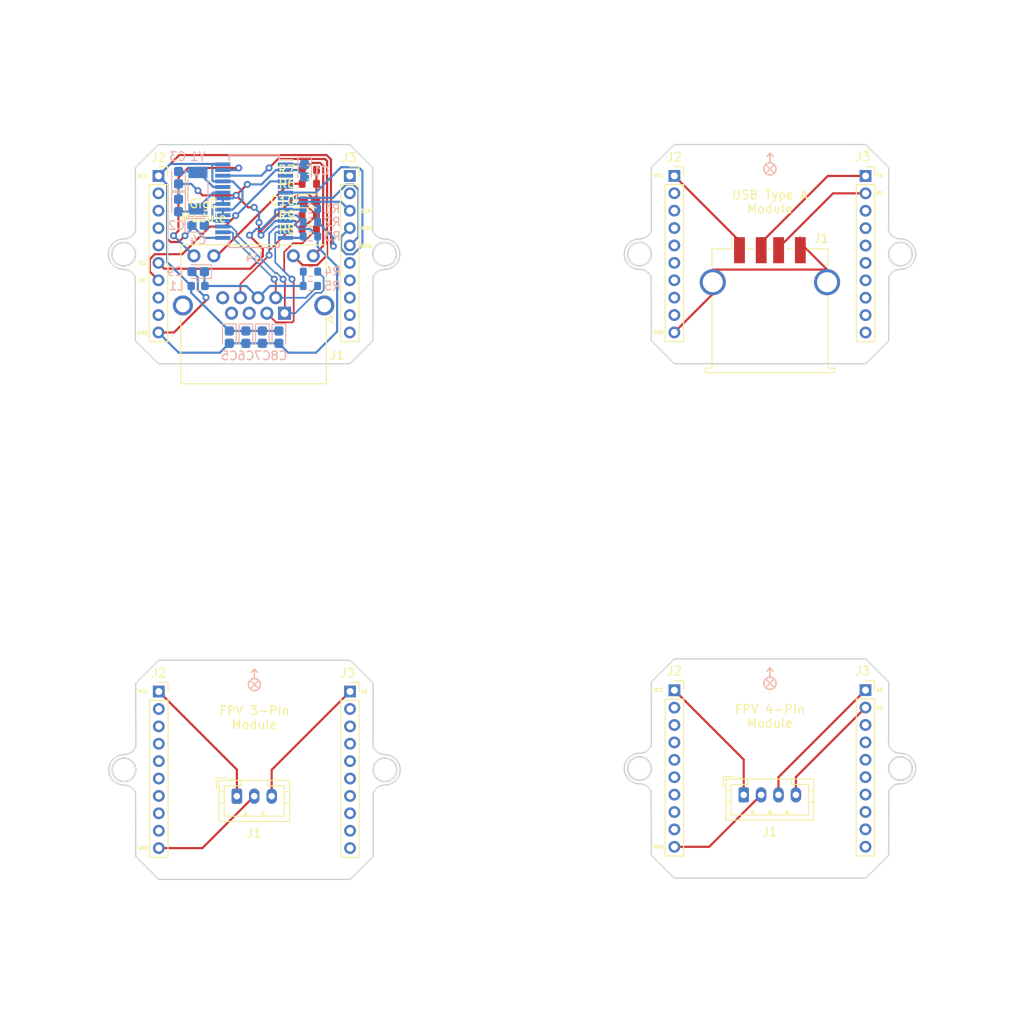
<source format=kicad_pcb>
(kicad_pcb (version 20221018) (generator pcbnew)
  (title_block (title "Modular Interface for Bitcraze Crazyflie 2.0") (date "2023-10-04") (company "Jose Ignacio Granados Marín") (comment 1 "Desarrollo de un vehículo aéreo no tripulado modular de bajo costo") (comment 2 "Trabajo Final de Graduación") (comment 3 "Área Académica de Ingeniería en Computadores") (comment 4 "Instituto Tecnológico de Costa Rica"))
  (layers (0 "F.Cu" signal) (31 "B.Cu" signal) (34 "B.Paste" user) (35 "F.Paste" user) (36 "B.SilkS" user "B.Silkscreen") (37 "F.SilkS" user "F.Silkscreen") (38 "B.Mask" user) (39 "F.Mask" user) (44 "Edge.Cuts" user))
  (net 0 "")
  (footprint "Connector_PinSocket_2.00mm:PinSocket_1x10_P2.00mm_Vertical" (layer "F.Cu") (at 193.777 105.9012)
    (fp_text reference "J3")
    (fp_text value "Conn_01x10_Socket" hide)
  )
  (footprint "bitcraze:EXP_ORIENTATION" (layer "F.Cu") (at 123.527 105.2612 90)
    (fp_text reference "EXP_ORIENTATION" hide)
    (fp_text value "VAL**" hide)
  )
  (footprint "Connector_PinSocket_2.00mm:PinSocket_1x10_P2.00mm_Vertical" (layer "F.Cu") (at 112.4905 46.7777)
    (fp_text reference "J2")
    (fp_text value "Conn_01x10_Socket" hide)
  )
  (footprint "Connector_PinSocket_2.00mm:PinSocket_1x10_P2.00mm_Vertical" (layer "F.Cu") (at 134.4905 46.7777)
    (fp_text reference "J3")
    (fp_text value "Conn_01x10_Socket" hide)
  )
  (footprint "Connector_RJ:RJ45_Amphenol_RJHSE538X" (layer "F.Cu") (at 126.9885 62.5627 180)
    (fp_text reference "J1")
    (fp_text value "RJ45_LED" hide)
  )
  (footprint "Connector_JST:JST_PH_B4B-PH-K_1x04_P2.00mm_Vertical" (layer "F.Cu") (at 179.777 117.9412)
    (fp_text reference "J1")
    (fp_text value "Conn_01x04_Socket" hide)
  )
  (footprint "Capacitor_Tantalum_SMD:CP_EIA-1608-08_AVX-J" (layer "F.Cu") (at 129.851 49.6527)
    (fp_text reference "C10")
    (fp_text value "10nF" hide)
  )
  (footprint "Connector_PinSocket_2.00mm:PinSocket_1x10_P2.00mm_Vertical" (layer "F.Cu") (at 171.807 105.9112)
    (fp_text reference "J2")
    (fp_text value "Conn_01x10_Socket" hide)
  )
  (footprint "Connector_PinSocket_2.00mm:PinSocket_1x10_P2.00mm_Vertical" (layer "F.Cu") (at 171.8008 46.7722)
    (fp_text reference "J2")
    (fp_text value "Conn_01x10_Socket" hide)
  )
  (footprint "Connector_PinSocket_2.00mm:PinSocket_1x10_P2.00mm_Vertical" (layer "F.Cu") (at 134.517 106.0612)
    (fp_text reference "J3")
    (fp_text value "Conn_01x10_Socket" hide)
  )
  (footprint "Resistor_SMD:R_0603_1608Metric" (layer "F.Cu") (at 129.8385 46.0827)
    (fp_text reference "R7")
    (fp_text value "180" hide)
  )
  (footprint "Connector_JST:JST_PH_B3B-PH-K_1x03_P2.00mm_Vertical" (layer "F.Cu") (at 121.507 118.0912)
    (fp_text reference "J1")
    (fp_text value "Conn_01x03_Socket" hide)
  )
  (footprint "Connector_PinSocket_2.00mm:PinSocket_1x10_P2.00mm_Vertical" (layer "F.Cu") (at 193.7882 46.7826)
    (fp_text reference "J3")
    (fp_text value "Conn_01x10_Socket" hide)
  )
  (footprint "bitcraze:EXP_ORIENTATION" (layer "F.Cu") (at 182.797 45.9712 90)
    (fp_text reference "EXP_ORIENTATION" hide)
    (fp_text value "VAL**" hide)
  )
  (footprint "Resistor_SMD:R_0603_1608Metric" (layer "F.Cu") (at 129.8285 52.9127)
    (fp_text reference "R8")
    (fp_text value "49.9" hide)
  )
  (footprint "Connector_USB:USB_A_TE_292303-7_Horizontal" (layer "F.Cu") (at 182.79 61.698)
    (fp_text reference "J1")
    (fp_text value "USB_A" hide)
  )
  (footprint "Resistor_SMD:R_0603_1608Metric" (layer "F.Cu") (at 129.8285 51.3327)
    (fp_text reference "R9")
    (fp_text value "49.9" hide)
  )
  (footprint "bitcraze:EXP_ORIENTATION" (layer "F.Cu") (at 182.797 105.1112 90)
    (fp_text reference "EXP_ORIENTATION" hide)
    (fp_text value "VAL**" hide)
  )
  (footprint "Connector_PinSocket_2.00mm:PinSocket_1x10_P2.00mm_Vertical" (layer "F.Cu") (at 112.5308 106.0622)
    (fp_text reference "J2")
    (fp_text value "Conn_01x10_Socket" hide)
  )
  (footprint "Resistor_SMD:R_0603_1608Metric" (layer "F.Cu") (at 129.8385 47.6827)
    (fp_text reference "R6")
    (fp_text value "180" hide)
  )
  (footprint "Inductor_SMD:L_0603_1608Metric" (layer "B.Cu") (at 117.041 59.4367)
    (fp_text reference "L1")
    (fp_text value "10uH" hide)
  )
  (footprint "Crystal:Crystal_SMD_MicroCrystal_CC4V-T1A-2Pin_5.0x1.9mm" (layer "B.Cu") (at 117.0305 48.4777 90)
    (fp_text reference "Y1")
    (fp_text value "25MHz" hide)
  )
  (footprint "Capacitor_Tantalum_SMD:CP_EIA-1608-08_AVX-J" (layer "B.Cu") (at 126.3385 65.3127 -90)
    (fp_text reference "C8")
    (fp_text value "100nF" hide)
  )
  (footprint "Resistor_SMD:R_0603_1608Metric" (layer "B.Cu") (at 129.9685 57.7827)
    (fp_text reference "R4")
    (fp_text value "49.9" hide)
  )
  (footprint "Capacitor_Tantalum_SMD:CP_EIA-1608-08_AVX-J" (layer "B.Cu") (at 124.4385 65.3127 -90)
    (fp_text reference "C7")
    (fp_text value "100nF" hide)
  )
  (footprint "Capacitor_Tantalum_SMD:CP_EIA-1608-08_AVX-J" (layer "B.Cu") (at 117.053 52.4627)
    (fp_text reference "C4")
    (fp_text value "100nF" hide)
  )
  (footprint "Capacitor_Tantalum_SMD:CP_EIA-1608-08_AVX-J" (layer "B.Cu") (at 117.0635 57.7827 180)
    (fp_text reference "C9")
    (fp_text value "0.01u" hide)
  )
  (footprint "Resistor_SMD:R_0603_1608Metric" (layer "B.Cu") (at 129.9655 52.0777 180)
    (fp_text reference "R2")
    (fp_text value "10k" hide)
  )
  (footprint "Resistor_SMD:R_0603_1608Metric" (layer "B.Cu") (at 129.9585 59.4327 180)
    (fp_text reference "R5")
    (fp_text value "49.9" hide)
  )
  (footprint "Resistor_SMD:R_0603_1608Metric" (layer "B.Cu") (at 129.9655 50.5527 180)
    (fp_text reference "R1")
    (fp_text value "100k" hide)
  )
  (footprint "Capacitor_Tantalum_SMD:CP_EIA-1608-08_AVX-J" (layer "B.Cu") (at 114.7985 50.1752 -90)
    (fp_text reference "C2")
    (fp_text value "18pF" hide)
  )
  (footprint "Capacitor_Tantalum_SMD:CP_EIA-1608-08_AVX-J" (layer "B.Cu") (at 114.7985 46.9802 90)
    (fp_text reference "C3")
    (fp_text value "18pF" hide)
  )
  (footprint "Resistor_SMD:R_0603_1608Metric" (layer "B.Cu") (at 129.9655 53.7277)
    (fp_text reference "R3")
    (fp_text value "2k" hide)
  )
  (footprint "Capacitor_Tantalum_SMD:CP_EIA-1608-08_AVX-J" (layer "B.Cu") (at 120.6385 65.3127 -90)
    (fp_text reference "C5")
    (fp_text value "100nF" hide)
  )
  (footprint "Capacitor_Tantalum_SMD:CP_EIA-1608-08_AVX-J" (layer "B.Cu") (at 129.2905 46.1777 -90)
    (fp_text reference "C1")
    (fp_text value "10uF" hide)
  )
  (footprint "Capacitor_Tantalum_SMD:CP_EIA-1608-08_AVX-J" (layer "B.Cu") (at 122.5385 65.3127 -90)
    (fp_text reference "C6")
    (fp_text value "100nF" hide)
  )
  (footprint "Package_SO:SSOP-28_5.3x10.2mm_P0.65mm" (layer "B.Cu") (at 123.4905 49.6777 180)
    (fp_text reference "U4")
    (fp_text value "ENC28J60x-SS" hide)
  )
  (gr_line (start 139.913222 113.993076) (end 139.971962 114.073989) (stroke (width 0.15)) (layer "Edge.Cuts"))
  (gr_line (start 108.52483 116.811199) (end 108.624746 116.81477) (stroke (width 0.15)) (layer "Edge.Cuts"))
  (gr_line (start 140.239817 55.728812) (end 140.239754 55.828799) (stroke (width 0.15)) (layer "Edge.Cuts"))
  (gr_line (start 167.024574 113.340894) (end 166.936152 113.387572) (stroke (width 0.15)) (layer "Edge.Cuts"))
  (gr_line (start 199.240713 115.900237) (end 199.181871 115.981076) (stroke (width 0.15)) (layer "Edge.Cuts"))
  (gr_line (start 106.783519 115.212118) (end 106.794984 115.311445) (stroke (width 0.15)) (layer "Edge.Cuts"))
  (gr_line (start 166.166734 56.407388) (end 166.205729 56.499456) (stroke (width 0.15)) (layer "Edge.Cuts"))
  (gr_line (start 106.93481 114.334955) (end 106.895931 114.427073) (stroke (width 0.15)) (layer "Edge.Cuts"))
  (gr_line (start 139.780831 116.282023) (end 139.709061 116.351639) (stroke (width 0.15)) (layer "Edge.Cuts"))
  (gr_line (start 137.1405 65.7277) (end 136.3905 66.4777) (stroke (width 0.15)) (layer "Edge.Cuts"))
  (gr_line (start 109.367809 117.082702) (end 109.447012 117.143717) (stroke (width 0.15)) (layer "Edge.Cuts"))
  (gr_line (start 140.259016 115.311445) (end 140.241897 115.409955) (stroke (width 0.15)) (layer "Edge.Cuts"))
  (gr_line (start 107.999398 57.457378) (end 108.096128 57.482685) (stroke (width 0.15)) (layer "Edge.Cuts"))
  (gr_line (start 108.48833 57.527699) (end 108.588246 57.53127) (stroke (width 0.15)) (layer "Edge.Cuts"))
  (gr_line (start 197.725807 54.019456) (end 197.797 54.0212) (stroke (width 0.15)) (layer "Edge.Cuts"))
  (gr_circle (center 197.797 114.9112) (end 199.147 114.9112) (stroke (width 0.2)) (fill none) (layer "Edge.Cuts"))
  (gr_line (start 109.891789 112.359596) (end 109.854017 112.452167) (stroke (width 0.15)) (layer "Edge.Cuts"))
  (gr_line (start 167.303775 54.092144) (end 167.208686 54.123053) (stroke (width 0.15)) (layer "Edge.Cuts"))
  (gr_line (start 166.85054 113.439223) (end 166.768018 113.49568) (stroke (width 0.15)) (layer "Edge.Cuts"))
  (gr_line (start 196.876988 116.993717) (end 196.802178 117.060046) (stroke (width 0.15)) (layer "Edge.Cuts"))
  (gr_line (start 198.476444 57.383917) (end 198.38323 57.420089) (stroke (width 0.15)) (layer "Edge.Cuts"))
  (gr_line (start 139.849957 113.915649) (end 139.913222 113.993076) (stroke (width 0.15)) (layer "Edge.Cuts"))
  (gr_line (start 138.887026 54.073215) (end 138.983725 54.098644) (stroke (width 0.15)) (layer "Edge.Cuts"))
  (gr_line (start 139.635146 113.706757) (end 139.710691 113.772256) (stroke (width 0.15)) (layer "Edge.Cuts"))
  (gr_line (start 106.83482 115.507327) (end 106.863061 115.603242) (stroke (width 0.15)) (layer "Edge.Cuts"))
  (gr_line (start 168.91245 53.500151) (end 168.845688 53.574576) (stroke (width 0.15)) (layer "Edge.Cuts"))
  (gr_line (start 199.529331 55.523144) (end 199.54067 55.622485) (stroke (width 0.15)) (layer "Edge.Cuts"))
  (gr_line (start 107.204043 113.915649) (end 107.140778 113.993076) (stroke (width 0.15)) (layer "Edge.Cuts"))
  (gr_line (start 196.56413 112.478444) (end 196.620059 112.561317) (stroke (width 0.15)) (layer "Edge.Cuts"))
  (gr_line (start 107.94077 116.710089) (end 108.035898 116.740878) (stroke (width 0.15)) (layer "Edge.Cuts"))
  (gr_line (start 198.093353 57.495925) (end 197.994367 57.510035) (stroke (width 0.15)) (layer "Edge.Cuts"))
  (gr_line (start 138.884872 57.482685) (end 138.786853 57.502425) (stroke (width 0.15)) (layer "Edge.Cuts"))
  (gr_line (start 199.460939 56.313242) (end 199.427266 56.407388) (stroke (width 0.15)) (layer "Edge.Cuts"))
  (gr_line (start 199.427266 56.407388) (end 199.388271 56.499456) (stroke (width 0.15)) (layer "Edge.Cuts"))
  (gr_line (start 169.079974 53.251924) (end 169.02987 53.338444) (stroke (width 0.15)) (layer "Edge.Cuts"))
  (gr_line (start 107.629652 54.254072) (end 107.54404 54.305723) (stroke (width 0.15)) (layer "Edge.Cuts"))
  (gr_line (start 167.894746 57.52477) (end 167.994179 57.535217) (stroke (width 0.15)) (layer "Edge.Cuts"))
  (gr_line (start 106.943418 56.595648) (end 106.992658 56.68267) (stroke (width 0.15)) (layer "Edge.Cuts"))
  (gr_line (start 199.546254 55.822299) (end 199.540481 55.922118) (stroke (width 0.15)) (layer "Edge.Cuts"))
  (gr_line (start 137.350059 112.711317) (end 137.41155 112.790151) (stroke (width 0.15)) (layer "Edge.Cuts"))
  (gr_line (start 138.823353 116.785925) (end 138.724367 116.800035) (stroke (width 0.15)) (layer "Edge.Cuts"))
  (gr_line (start 137.125711 53.076096) (end 137.163483 53.168667) (stroke (width 0.15)) (layer "Edge.Cuts"))
  (gr_line (start 166.475492 56.918422) (end 166.543169 56.992023) (stroke (width 0.15)) (layer "Edge.Cuts"))
  (gr_line (start 107.140778 113.993076) (end 107.082038 114.073989) (stroke (width 0.15)) (layer "Edge.Cuts"))
  (gr_line (start 168.189708 116.716512) (end 168.284874 116.747163) (stroke (width 0.15)) (layer "Edge.Cuts"))
  (gr_line (start 199.345114 54.955208) (end 199.38919 55.044955) (stroke (width 0.15)) (layer "Edge.Cuts"))
  (gr_line (start 108.130474 113.356715) (end 108.033775 113.382144) (stroke (width 0.15)) (layer "Edge.Cuts"))
  (gr_line (start 109.591884 117.281372) (end 109.656863 117.357357) (stroke (width 0.15)) (layer "Edge.Cuts"))
  (gr_line (start 137.199983 112.452167) (end 137.244026 112.541924) (stroke (width 0.15)) (layer "Edge.Cuts"))
  (gr_line (start 107.75656 116.632481) (end 107.847556 116.673917) (stroke (width 0.15)) (layer "Edge.Cuts"))
  (gr_line (start 169.897 45.0712) (end 171.797 43.1712) (stroke (width 0.15)) (layer "Edge.Cuts"))
  (gr_line (start 137.244026 112.541924) (end 137.29413 112.628444) (stroke (width 0.15)) (layer "Edge.Cuts"))
  (gr_line (start 198.903433 116.267042) (end 198.824192 116.328019) (stroke (width 0.15)) (layer "Edge.Cuts"))
  (gr_line (start 138.52917 116.811199) (end 138.429254 116.81477) (stroke (width 0.15)) (layer "Edge.Cuts"))
  (gr_line (start 197.797 113.1612) (end 197.896946 113.164056) (stroke (width 0.15)) (layer "Edge.Cuts"))
  (gr_line (start 198.288102 116.590878) (end 198.191372 116.616185) (stroke (width 0.15)) (layer "Edge.Cuts"))
  (gr_line (start 196.432211 112.209596) (end 196.469983 112.302167) (stroke (width 0.15)) (layer "Edge.Cuts"))
  (gr_line (start 138.159796 113.264084) (end 138.257348 113.285985) (stroke (width 0.15)) (layer "Edge.Cuts"))
  (gr_line (start 137.819751 57.694243) (end 137.732911 57.743789) (stroke (width 0.15)) (layer "Edge.Cuts"))
  (gr_line (start 106.794669 114.813144) (end 106.78333 114.912485) (stroke (width 0.15)) (layer "Edge.Cuts"))
  (gr_line (start 109.773474 53.258424) (end 109.72337 53.344944) (stroke (width 0.15)) (layer "Edge.Cuts"))
  (gr_line (start 109.667441 53.427817) (end 109.60595 53.506651) (stroke (width 0.15)) (layer "Edge.Cuts"))
  (gr_line (start 198.825982 113.49568) (end 198.905146 113.556757) (stroke (width 0.15)) (layer "Edge.Cuts"))
  (gr_line (start 166.10482 56.217327) (end 166.133061 56.313242) (stroke (width 0.15)) (layer "Edge.Cuts"))
  (gr_line (start 168.697639 112.848809) (end 168.617051 112.907983) (stroke (width 0.15)) (layer "Edge.Cuts"))
  (gr_circle (center 138.4905 55.7777) (end 139.8405 55.7777) (stroke (width 0.2)) (fill none) (layer "Edge.Cuts"))
  (gr_line (start 167.994179 116.675217) (end 168.092656 116.692492) (stroke (width 0.15)) (layer "Edge.Cuts"))
  (gr_line (start 197.149351 53.869051) (end 197.24035 53.910466) (stroke (width 0.15)) (layer "Edge.Cuts"))
  (gr_line (start 197.725807 113.159456) (end 197.797 113.1612) (stroke (width 0.15)) (layer "Edge.Cuts"))
  (gr_line (start 197.309126 116.747163) (end 197.216299 116.784298) (stroke (width 0.15)) (layer "Edge.Cuts"))
  (gr_line (start 107.046787 56.766737) (end 107.105629 56.847576) (stroke (width 0.15)) (layer "Edge.Cuts"))
  (gr_line (start 193.797 102.3112) (end 191.997 102.3112) (stroke (width 0.15)) (layer "Edge.Cuts"))
  (gr_line (start 169.079974 112.391924) (end 169.02987 112.478444) (stroke (width 0.15)) (layer "Edge.Cuts"))
  (gr_line (start 193.797 127.5112) (end 171.797 127.5112) (stroke (width 0.15)) (layer "Edge.Cuts"))
  (gr_line (start 198.979061 57.061639) (end 198.903433 57.127042) (stroke (width 0.15)) (layer "Edge.Cuts"))
  (gr_line (start 138.039126 116.897163) (end 137.946299 116.934298) (stroke (width 0.15)) (layer "Edge.Cuts"))
  (gr_line (start 168.284874 57.607163) (end 168.377701 57.644298) (stroke (width 0.15)) (layer "Edge.Cuts"))
  (gr_line (start 198.095533 54.046851) (end 198.193526 54.066715) (stroke (width 0.15)) (layer "Edge.Cuts"))
  (gr_line (start 139.674191 54.488756) (end 139.745873 54.558463) (stroke (width 0.15)) (layer "Edge.Cuts"))
  (gr_line (start 199.119957 54.625649) (end 199.183222 54.703076) (stroke (width 0.15)) (layer "Edge.Cuts"))
  (gr_line (start 166.688854 113.556757) (end 166.613309 113.622256) (stroke (width 0.15)) (layer "Edge.Cuts"))
  (gr_line (start 140.024842 115.96617) (end 139.970713 116.050237) (stroke (width 0.15)) (layer "Edge.Cuts"))
  (gr_line (start 139.206444 116.673917) (end 139.11323 116.710089) (stroke (width 0.15)) (layer "Edge.Cuts"))
  (gr_line (start 167.994179 57.535217) (end 168.092656 57.552492) (stroke (width 0.15)) (layer "Edge.Cuts"))
  (gr_line (start 140.158069 114.427073) (end 140.191622 114.521262) (stroke (width 0.15)) (layer "Edge.Cuts"))
  (gr_line (start 140.190939 115.603242) (end 140.157266 115.697388) (stroke (width 0.15)) (layer "Edge.Cuts"))
  (gr_line (start 106.777683 115.012312) (end 106.777746 115.112299) (stroke (width 0.15)) (layer "Edge.Cuts"))
  (gr_line (start 108.953521 53.952033) (end 108.857704 53.980584) (stroke (width 0.15)) (layer "Edge.Cuts"))
  (gr_line (start 138.983725 54.098644) (end 139.078814 54.129553) (stroke (width 0.15)) (layer "Edge.Cuts"))
  (gr_line (start 169.147 65.7212) (end 169.897 66.4712) (stroke (width 0.15)) (layer "Edge.Cuts"))
  (gr_line (start 171.797 43.1712) (end 191.997 43.1712) (stroke (width 0.15)) (layer "Edge.Cuts"))
  (gr_line (start 196.802178 117.060046) (end 196.732116 117.131372) (stroke (width 0.15)) (layer "Edge.Cuts"))
  (gr_line (start 199.388271 115.639456) (end 199.344082 115.729148) (stroke (width 0.15)) (layer "Edge.Cuts"))
  (gr_line (start 140.191622 114.521262) (end 140.219742 114.617212) (stroke (width 0.15)) (layer "Edge.Cuts"))
  (gr_line (start 138.097792 57.583012) (end 138.002626 57.613663) (stroke (width 0.15)) (layer "Edge.Cuts"))
  (gr_line (start 168.861884 57.991372) (end 168.926863 58.067357) (stroke (width 0.15)) (layer "Edge.Cuts"))
  (gr_line (start 169.897 125.6112) (end 171.797 127.5112) (stroke (width 0.15)) (layer "Edge.Cuts"))
  (gr_line (start 106.741183 55.728812) (end 106.741246 55.828799) (stroke (width 0.15)) (layer "Edge.Cuts"))
  (gr_line (start 108.427054 113.314056) (end 108.327435 113.322616) (stroke (width 0.15)) (layer "Edge.Cuts"))
  (gr_line (start 139.744331 56.998523) (end 139.672561 57.068139) (stroke (width 0.15)) (layer "Edge.Cuts"))
  (gr_line (start 199.54067 55.622485) (end 199.546317 55.722312) (stroke (width 0.15)) (layer "Edge.Cuts"))
  (gr_line (start 166.690567 57.127042) (end 166.769808 57.188019) (stroke (width 0.15)) (layer "Edge.Cuts"))
  (gr_line (start 198.478482 54.159343) (end 198.569426 54.200894) (stroke (width 0.15)) (layer "Edge.Cuts"))
  (gr_line (start 140.222516 56.027945) (end 140.205397 56.126455) (stroke (width 0.15)) (layer "Edge.Cuts"))
  (gr_line (start 137.495678 57.926546) (end 137.425616 57.997872) (stroke (width 0.15)) (layer "Edge.Cuts"))
  (gr_line (start 197.79917 116.661199) (end 197.79917 116.661199) (stroke (width 0.15)) (layer "Edge.Cuts"))
  (gr_line (start 109.174649 113.159051) (end 109.08365 113.200466) (stroke (width 0.15)) (layer "Edge.Cuts"))
  (gr_line (start 196.463821 117.550359) (end 196.447 124.8612) (stroke (width 0.15)) (layer "Edge.Cuts"))
  (gr_line (start 167.597435 113.172616) (end 167.498467 113.186851) (stroke (width 0.15)) (layer "Edge.Cuts"))
  (gr_line (start 168.066652 113.135985) (end 167.967826 113.151133) (stroke (width 0.15)) (layer "Edge.Cuts"))
  (gr_line (start 199.546317 55.722312) (end 199.546254 55.822299) (stroke (width 0.15)) (layer "Edge.Cuts"))
  (gr_line (start 139.387848 113.537572) (end 139.47346 113.589223) (stroke (width 0.15)) (layer "Edge.Cuts"))
  (gr_line (start 139.018102 116.740878) (end 138.921372 116.766185) (stroke (width 0.15)) (layer "Edge.Cuts"))
  (gr_line (start 108.978374 57.613663) (end 109.071201 57.650798) (stroke (width 0.15)) (layer "Edge.Cuts"))
  (gr_line (start 196.748312 53.574576) (end 196.820028 53.644238) (stroke (width 0.15)) (layer "Edge.Cuts"))
  (gr_line (start 168.444649 53.869051) (end 168.35365 53.910466) (stroke (width 0.15)) (layer "Edge.Cuts"))
  (gr_line (start 198.56744 57.342481) (end 198.476444 57.383917) (stroke (width 0.15)) (layer "Edge.Cuts"))
  (gr_line (start 136.427 104.3612) (end 134.527 102.4612) (stroke (width 0.15)) (layer "Edge.Cuts"))
  (gr_line (start 198.979061 116.201639) (end 198.903433 116.267042) (stroke (width 0.15)) (layer "Edge.Cuts"))
  (gr_line (start 199.546317 114.862312) (end 199.546254 114.962299) (stroke (width 0.15)) (layer "Edge.Cuts"))
  (gr_line (start 196.667137 117.207357) (end 196.607547 117.287638) (stroke (width 0.15)) (layer "Edge.Cuts"))
  (gr_line (start 168.637809 57.792702) (end 168.717012 57.853717) (stroke (width 0.15)) (layer "Edge.Cuts"))
  (gr_line (start 195.697 45.0712) (end 193.797 43.1712) (stroke (width 0.15)) (layer "Edge.Cuts"))
  (gr_line (start 137.157321 58.416859) (end 137.1405 65.7277) (stroke (width 0.15)) (layer "Edge.Cuts"))
  (gr_line (start 196.976949 53.767983) (end 197.061412 53.821481) (stroke (width 0.15)) (layer "Edge.Cuts"))
  (gr_line (start 169.161789 112.209596) (end 169.147 104.9612) (stroke (width 0.15)) (layer "Edge.Cuts"))
  (gr_line (start 166.298015 114.008124) (end 166.248886 114.095208) (stroke (width 0.15)) (layer "Edge.Cuts"))
  (gr_line (start 137.235647 117.609548) (end 137.193821 117.700359) (stroke (width 0.15)) (layer "Edge.Cuts"))
  (gr_line (start 166.047746 114.962299) (end 166.053519 115.062118) (stroke (width 0.15)) (layer "Edge.Cuts"))
  (gr_line (start 137.313559 53.427817) (end 137.37505 53.506651) (stroke (width 0.15)) (layer "Edge.Cuts"))
  (gr_line (start 197.699254 116.66477) (end 197.599821 116.675217) (stroke (width 0.15)) (layer "Edge.Cuts"))
  (gr_line (start 199.540481 115.062118) (end 199.529016 115.161445) (stroke (width 0.15)) (layer "Edge.Cuts"))
  (gr_line (start 167.967826 113.151133) (end 167.868193 113.159456) (stroke (width 0.15)) (layer "Edge.Cuts"))
  (gr_line (start 166.047683 114.862312) (end 166.047746 114.962299) (stroke (width 0.15)) (layer "Edge.Cuts"))
  (gr_line (start 107.104278 54.709576) (end 107.045538 54.790489) (stroke (width 0.15)) (layer "Edge.Cuts"))
  (gr_line (start 106.862378 114.521262) (end 106.834258 114.617212) (stroke (width 0.15)) (layer "Edge.Cuts"))
  (gr_line (start 109.8405 45.8277) (end 110.5905 45.0777) (stroke (width 0.15)) (layer "Edge.Cuts"))
  (gr_line (start 139.988342 56.68267) (end 139.934213 56.766737) (stroke (width 0.15)) (layer "Edge.Cuts"))
  (gr_line (start 139.349422 57.302415) (end 139.26094 57.348981) (stroke (width 0.15)) (layer "Edge.Cuts"))
  (gr_line (start 166.936152 54.247572) (end 166.85054 54.299223) (stroke (width 0.15)) (layer "Edge.Cuts"))
  (gr_line (start 107.754574 113.490894) (end 107.666152 113.537572) (stroke (width 0.15)) (layer "Edge.Cuts"))
  (gr_line (start 108.919708 116.866512) (end 109.014874 116.897163) (stroke (width 0.15)) (layer "Edge.Cuts"))
  (gr_line (start 137.25763 53.344944) (end 137.313559 53.427817) (stroke (width 0.15)) (layer "Edge.Cuts"))
  (gr_line (start 140.157266 115.697388) (end 140.118271 115.789456) (stroke (width 0.15)) (layer "Edge.Cuts"))
  (gr_line (start 168.467749 116.827743) (end 168.554589 116.877289) (stroke (width 0.15)) (layer "Edge.Cuts"))
  (gr_line (start 197.039411 116.877289) (end 196.956191 116.932702) (stroke (width 0.15)) (layer "Edge.Cuts"))
  (gr_line (start 166.053519 55.922118) (end 166.064984 56.021445) (stroke (width 0.15)) (layer "Edge.Cuts"))
  (gr_line (start 106.775603 56.126455) (end 106.79832 56.223827) (stroke (width 0.15)) (layer "Edge.Cuts"))
  (gr_line (start 107.72006 57.348981) (end 107.811056 57.390417) (stroke (width 0.15)) (layer "Edge.Cuts"))
  (gr_line (start 167.699263 57.518469) (end 167.79483 57.521199) (stroke (width 0.15)) (layer "Edge.Cuts"))
  (gr_line (start 140.11919 114.334955) (end 140.158069 114.427073) (stroke (width 0.15)) (layer "Edge.Cuts"))
  (gr_line (start 106.859431 55.143573) (end 106.825878 55.237762) (stroke (width 0.15)) (layer "Edge.Cuts"))
  (gr_line (start 197.894737 116.658469) (end 197.79917 116.661199) (stroke (width 0.15)) (layer "Edge.Cuts"))
  (gr_line (start 197.061412 112.961481) (end 197.149351 113.009051) (stroke (width 0.15)) (layer "Edge.Cuts"))
  (gr_line (start 198.824192 57.188019) (end 198.741599 57.244372) (stroke (width 0.15)) (layer "Edge.Cuts"))
  (gr_line (start 137.686191 117.082702) (end 137.606988 117.143717) (stroke (width 0.15)) (layer "Edge.Cuts"))
  (gr_line (start 199.241962 54.783989) (end 199.295985 54.868124) (stroke (width 0.15)) (layer "Edge.Cuts"))
  (gr_line (start 108.786156 57.558992) (end 108.883208 57.583012) (stroke (width 0.15)) (layer "Edge.Cuts"))
  (gr_line (start 106.89831 55.051455) (end 106.859431 55.143573) (stroke (width 0.15)) (layer "Edge.Cuts"))
  (gr_line (start 167.699263 116.658469) (end 167.79483 116.661199) (stroke (width 0.15)) (layer "Edge.Cuts"))
  (gr_line (start 198.56744 116.482481) (end 198.476444 116.523917) (stroke (width 0.15)) (layer "Edge.Cuts"))
  (gr_line (start 108.228467 113.336851) (end 108.130474 113.356715) (stroke (width 0.15)) (layer "Edge.Cuts"))
  (gr_line (start 196.820028 53.644238) (end 196.896361 53.708809) (stroke (width 0.15)) (layer "Edge.Cuts"))
  (gr_line (start 140.08269 55.051455) (end 140.121569 55.143573) (stroke (width 0.15)) (layer "Edge.Cuts"))
  (gr_line (start 199.461622 114.371262) (end 199.489742 114.467212) (stroke (width 0.15)) (layer "Edge.Cuts"))
  (gr_line (start 168.861884 117.131372) (end 168.926863 117.207357) (stroke (width 0.15)) (layer "Edge.Cuts"))
  (gr_line (start 166.064669 55.523144) (end 166.05333 55.622485) (stroke (width 0.15)) (layer "Edge.Cuts"))
  (gr_line (start 138.626946 113.314056) (end 138.726565 113.322616) (stroke (width 0.15)) (layer "Edge.Cuts"))
  (gr_line (start 109.107701 116.934298) (end 109.197749 116.977743) (stroke (width 0.15)) (layer "Edge.Cuts"))
  (gr_line (start 196.956191 116.932702) (end 196.876988 116.993717) (stroke (width 0.15)) (layer "Edge.Cuts"))
  (gr_line (start 139.971962 114.073989) (end 140.025985 114.158124) (stroke (width 0.15)) (layer "Edge.Cuts"))
  (gr_line (start 199.489742 55.327212) (end 199.512336 55.424613) (stroke (width 0.15)) (layer "Edge.Cuts"))
  (gr_line (start 140.205836 55.431113) (end 140.222831 55.529644) (stroke (width 0.15)) (layer "Edge.Cuts"))
  (gr_line (start 168.773972 53.644238) (end 168.697639 53.708809) (stroke (width 0.15)) (layer "Edge.Cuts"))
  (gr_line (start 166.133061 56.313242) (end 166.166734 56.407388) (stroke (width 0.15)) (layer "Edge.Cuts"))
  (gr_line (start 166.543169 56.992023) (end 166.614939 57.061639) (stroke (width 0.15)) (layer "Edge.Cuts"))
  (gr_line (start 138.590446 54.030556) (end 138.690065 54.039116) (stroke (width 0.15)) (layer "Edge.Cuts"))
  (gr_line (start 108.390554 54.030556) (end 108.290935 54.039116) (stroke (width 0.15)) (layer "Edge.Cuts"))
  (gr_line (start 166.541627 113.691963) (end 166.474043 113.765649) (stroke (width 0.15)) (layer "Edge.Cuts"))
  (gr_line (start 168.189708 57.576512) (end 168.284874 57.607163) (stroke (width 0.15)) (layer "Edge.Cuts"))
  (gr_line (start 196.463821 58.410359) (end 196.447 65.7212) (stroke (width 0.15)) (layer "Edge.Cuts"))
  (gr_line (start 109.427639 112.998809) (end 109.347051 113.057983) (stroke (width 0.15)) (layer "Edge.Cuts"))
  (gr_line (start 107.306809 54.488756) (end 107.235127 54.558463) (stroke (width 0.15)) (layer "Edge.Cuts"))
  (gr_line (start 166.410778 54.703076) (end 166.352038 54.783989) (stroke (width 0.15)) (layer "Edge.Cuts"))
  (gr_line (start 138.257348 113.285985) (end 138.356174 113.301133) (stroke (width 0.15)) (layer "Edge.Cuts"))
  (gr_line (start 169.130179 58.410359) (end 169.147 65.7212) (stroke (width 0.15)) (layer "Edge.Cuts"))
  (gr_line (start 198.290225 54.092144) (end 198.385314 54.123053) (stroke (width 0.15)) (layer "Edge.Cuts"))
  (gr_line (start 198.74346 113.439223) (end 198.825982 113.49568) (stroke (width 0.15)) (layer "Edge.Cuts"))
  (gr_line (start 198.657848 113.387572) (end 198.74346 113.439223) (stroke (width 0.15)) (layer "Edge.Cuts"))
  (gr_line (start 107.028015 114.158124) (end 106.978886 114.245208) (stroke (width 0.15)) (layer "Edge.Cuts"))
  (gr_line (start 198.191372 57.476185) (end 198.093353 57.495925) (stroke (width 0.15)) (layer "Edge.Cuts"))
  (gr_line (start 139.709061 116.351639) (end 139.633433 116.417042) (stroke (width 0.15)) (layer "Edge.Cuts"))
  (gr_line (start 109.64245 112.790151) (end 109.575688 112.864576) (stroke (width 0.15)) (layer "Edge.Cuts"))
  (gr_line (start 107.631578 57.302415) (end 107.72006 57.348981) (stroke (width 0.15)) (layer "Edge.Cuts"))
  (gr_line (start 197.79917 57.521199) (end 197.699254 57.52477) (stroke (width 0.15)) (layer "Edge.Cuts"))
  (gr_line (start 167.697054 113.164056) (end 167.597435 113.172616) (stroke (width 0.15)) (layer "Edge.Cuts"))
  (gr_line (start 139.555982 113.64568) (end 139.635146 113.706757) (stroke (width 0.15)) (layer "Edge.Cuts"))
  (gr_line (start 199.546254 114.962299) (end 199.540481 115.062118) (stroke (width 0.15)) (layer "Edge.Cuts"))
  (gr_line (start 110.627 104.3612) (end 112.527 102.4612) (stroke (width 0.15)) (layer "Edge.Cuts"))
  (gr_line (start 107.168992 56.924922) (end 107.236669 56.998523) (stroke (width 0.15)) (layer "Edge.Cuts"))
  (gr_line (start 167.599633 116.650035) (end 167.699263 116.658469) (stroke (width 0.15)) (layer "Edge.Cuts"))
  (gr_line (start 166.412129 56.841076) (end 166.475492 56.918422) (stroke (width 0.15)) (layer "Edge.Cuts"))
  (gr_line (start 139.29744 116.632481) (end 139.206444 116.673917) (stroke (width 0.15)) (layer "Edge.Cuts"))
  (gr_line (start 197.216299 116.784298) (end 197.126251 116.827743) (stroke (width 0.15)) (layer "Edge.Cuts"))
  (gr_line (start 108.329633 116.800035) (end 108.429263 116.808469) (stroke (width 0.15)) (layer "Edge.Cuts"))
  (gr_line (start 138.356174 113.301133) (end 138.455807 113.309456) (stroke (width 0.15)) (layer "Edge.Cuts"))
  (gr_line (start 166.082103 115.259955) (end 166.10482 115.357327) (stroke (width 0.15)) (layer "Edge.Cuts"))
  (gr_line (start 106.74683 55.628985) (end 106.741183 55.728812) (stroke (width 0.15)) (layer "Edge.Cuts"))
  (gr_line (start 196.607547 117.287638) (end 196.553632 117.371836) (stroke (width 0.15)) (layer "Edge.Cuts"))
  (gr_line (start 166.132378 55.231262) (end 166.104258 55.327212) (stroke (width 0.15)) (layer "Edge.Cuts"))
  (gr_line (start 109.823679 58.416859) (end 109.8405 65.7277) (stroke (width 0.15)) (layer "Edge.Cuts"))
  (gr_line (start 137.177 105.1112) (end 136.427 104.3612) (stroke (width 0.15)) (layer "Edge.Cuts"))
  (gr_line (start 110.627 125.7612) (end 112.527 127.6612) (stroke (width 0.15)) (layer "Edge.Cuts"))
  (gr_line (start 198.741599 57.244372) (end 198.655922 57.295915) (stroke (width 0.15)) (layer "Edge.Cuts"))
  (gr_line (start 108.392763 57.524969) (end 108.48833 57.527699) (stroke (width 0.15)) (layer "Edge.Cuts"))
  (gr_line (start 109.08365 113.200466) (end 108.990021 113.235533) (stroke (width 0.15)) (layer "Edge.Cuts"))
  (gr_line (start 166.166734 115.547388) (end 166.205729 115.639456) (stroke (width 0.15)) (layer "Edge.Cuts"))
  (gr_line (start 108.697826 113.301133) (end 108.598193 113.309456) (stroke (width 0.15)) (layer "Edge.Cuts"))
  (gr_line (start 137.29413 112.628444) (end 137.350059 112.711317) (stroke (width 0.15)) (layer "Edge.Cuts"))
  (gr_line (start 137.732911 57.743789) (end 137.649691 57.799202) (stroke (width 0.15)) (layer "Edge.Cuts"))
  (gr_line (start 199.48918 115.357327) (end 199.460939 115.453242) (stroke (width 0.15)) (layer "Edge.Cuts"))
  (gr_line (start 138.786853 57.502425) (end 138.687867 57.516535) (stroke (width 0.15)) (layer "Edge.Cuts"))
  (gr_line (start 166.410778 113.843076) (end 166.352038 113.923989) (stroke (width 0.15)) (layer "Edge.Cuts"))
  (gr_line (start 138.194844 57.558992) (end 138.097792 57.583012) (stroke (width 0.15)) (layer "Edge.Cuts"))
  (gr_line (start 109.071201 57.650798) (end 109.161249 57.694243) (stroke (width 0.15)) (layer "Edge.Cuts"))
  (gr_line (start 198.825982 54.35568) (end 198.905146 54.416757) (stroke (width 0.15)) (layer "Edge.Cuts"))
  (gr_line (start 138.527 113.3112) (end 138.626946 113.314056) (stroke (width 0.15)) (layer "Edge.Cuts"))
  (gr_line (start 137.606988 117.143717) (end 137.532178 117.210046) (stroke (width 0.15)) (layer "Edge.Cuts"))
  (gr_line (start 106.979918 115.879148) (end 107.029158 115.96617) (stroke (width 0.15)) (layer "Edge.Cuts"))
  (gr_line (start 167.21077 57.420089) (end 167.305898 57.450878) (stroke (width 0.15)) (layer "Edge.Cuts"))
  (gr_line (start 198.193526 113.206715) (end 198.290225 113.232144) (stroke (width 0.15)) (layer "Edge.Cuts"))
  (gr_line (start 198.657848 54.247572) (end 198.74346 54.299223) (stroke (width 0.15)) (layer "Edge.Cuts"))
  (gr_line (start 198.741599 116.384372) (end 198.655922 116.435915) (stroke (width 0.15)) (layer "Edge.Cuts"))
  (gr_line (start 166.05333 114.762485) (end 166.047683 114.862312) (stroke (width 0.15)) (layer "Edge.Cuts"))
  (gr_line (start 199.344082 56.589148) (end 199.294842 56.67617) (stroke (width 0.15)) (layer "Edge.Cuts"))
  (gr_line (start 168.773972 112.784238) (end 168.697639 112.848809) (stroke (width 0.15)) (layer "Edge.Cuts"))
  (gr_line (start 166.104258 114.467212) (end 166.081664 114.564613) (stroke (width 0.15)) (layer "Edge.Cuts"))
  (gr_line (start 196.505647 117.459548) (end 196.463821 117.550359) (stroke (width 0.15)) (layer "Edge.Cuts"))
  (gr_line (start 140.239754 55.828799) (end 140.233981 55.928618) (stroke (width 0.15)) (layer "Edge.Cuts"))
  (gr_line (start 196.667137 58.067357) (end 196.607547 58.147638) (stroke (width 0.15)) (layer "Edge.Cuts"))
  (gr_line (start 109.72337 53.344944) (end 109.667441 53.427817) (stroke (width 0.15)) (layer "Edge.Cuts"))
  (gr_line (start 197.896946 113.164056) (end 197.996565 113.172616) (stroke (width 0.15)) (layer "Edge.Cuts"))
  (gr_line (start 139.262926 54.207394) (end 139.351348 54.254072) (stroke (width 0.15)) (layer "Edge.Cuts"))
  (gr_line (start 166.299158 56.67617) (end 166.353287 56.760237) (stroke (width 0.15)) (layer "Edge.Cuts"))
  (gr_line (start 134.527 127.6612) (end 112.527 127.6612) (stroke (width 0.15)) (layer "Edge.Cuts"))
  (gr_line (start 137.193821 117.700359) (end 137.177 125.0112) (stroke (width 0.15)) (layer "Edge.Cuts"))
  (gr_line (start 137.301047 58.154138) (end 137.247132 58.238336) (stroke (width 0.15)) (layer "Edge.Cuts"))
  (gr_line (start 106.777746 115.112299) (end 106.783519 115.212118) (stroke (width 0.15)) (layer "Edge.Cuts"))
  (gr_line (start 166.248886 114.095208) (end 166.20481 114.184955) (stroke (width 0.15)) (layer "Edge.Cuts"))
  (gr_line (start 167.868193 113.159456) (end 167.797 113.1612) (stroke (width 0.15)) (layer "Edge.Cuts"))
  (gr_line (start 138.329821 116.825217) (end 138.231344 116.842492) (stroke (width 0.15)) (layer "Edge.Cuts"))
  (gr_line (start 134.527 102.4612) (end 132.727 102.4612) (stroke (width 0.15)) (layer "Edge.Cuts"))
  (gr_line (start 168.554589 116.877289) (end 168.637809 116.932702) (stroke (width 0.15)) (layer "Edge.Cuts"))
  (gr_line (start 199.388271 56.499456) (end 199.344082 56.589148) (stroke (width 0.15)) (layer "Edge.Cuts"))
  (gr_line (start 199.050831 56.992023) (end 198.979061 57.061639) (stroke (width 0.15)) (layer "Edge.Cuts"))
  (gr_line (start 140.276317 115.012312) (end 140.276254 115.112299) (stroke (width 0.15)) (layer "Edge.Cuts"))
  (gr_line (start 166.938078 116.435915) (end 167.02656 116.482481) (stroke (width 0.15)) (layer "Edge.Cuts"))
  (gr_line (start 107.205492 116.208422) (end 107.273169 116.282023) (stroke (width 0.15)) (layer "Edge.Cuts"))
  (gr_line (start 168.617051 53.767983) (end 168.532588 53.821481) (stroke (width 0.15)) (layer "Edge.Cuts"))
  (gr_line (start 139.989485 54.874624) (end 140.038614 54.961708) (stroke (width 0.15)) (layer "Edge.Cuts"))
  (gr_line (start 168.973941 112.561317) (end 168.91245 112.640151) (stroke (width 0.15)) (layer "Edge.Cuts"))
  (gr_line (start 199.183222 113.843076) (end 199.241962 113.923989) (stroke (width 0.15)) (layer "Edge.Cuts"))
  (gr_line (start 109.503972 112.934238) (end 109.427639 112.998809) (stroke (width 0.15)) (layer "Edge.Cuts"))
  (gr_line (start 197.126251 57.687743) (end 197.039411 57.737289) (stroke (width 0.15)) (layer "Edge.Cuts"))
  (gr_line (start 109.226088 53.827981) (end 109.138149 53.875551) (stroke (width 0.15)) (layer "Edge.Cuts"))
  (gr_line (start 137.946299 116.934298) (end 137.856251 116.977743) (stroke (width 0.15)) (layer "Edge.Cuts"))
  (gr_line (start 107.54404 54.305723) (end 107.461518 54.36218) (stroke (width 0.15)) (layer "Edge.Cuts"))
  (gr_line (start 140.205397 56.126455) (end 140.18268 56.223827) (stroke (width 0.15)) (layer "Edge.Cuts"))
  (gr_line (start 199.529016 56.021445) (end 199.511897 56.119955) (stroke (width 0.15)) (layer "Edge.Cuts"))
  (gr_line (start 166.688854 54.416757) (end 166.613309 54.482256) (stroke (width 0.15)) (layer "Edge.Cuts"))
  (gr_line (start 106.896734 115.697388) (end 106.935729 115.789456) (stroke (width 0.15)) (layer "Edge.Cuts"))
  (gr_line (start 106.863061 115.603242) (end 106.896734 115.697388) (stroke (width 0.15)) (layer "Edge.Cuts"))
  (gr_line (start 169.897 66.4712) (end 171.797 68.3712) (stroke (width 0.15)) (layer "Edge.Cuts"))
  (gr_line (start 199.052373 54.551963) (end 199.119957 54.625649) (stroke (width 0.15)) (layer "Edge.Cuts"))
  (gr_line (start 197.309126 57.607163) (end 197.216299 57.644298) (stroke (width 0.15)) (layer "Edge.Cuts"))
  (gr_line (start 109.809974 112.541924) (end 109.75987 112.628444) (stroke (width 0.15)) (layer "Edge.Cuts"))
  (gr_line (start 199.428069 114.277073) (end 199.461622 114.371262) (stroke (width 0.15)) (layer "Edge.Cuts"))
  (gr_line (start 196.505647 58.319548) (end 196.463821 58.410359) (stroke (width 0.15)) (layer "Edge.Cuts"))
  (gr_line (start 167.697054 54.024056) (end 167.597435 54.032616) (stroke (width 0.15)) (layer "Edge.Cuts"))
  (gr_line (start 198.905146 113.556757) (end 198.980691 113.622256) (stroke (width 0.15)) (layer "Edge.Cuts"))
  (gr_line (start 137.478312 112.864576) (end 137.550028 112.934238) (stroke (width 0.15)) (layer "Edge.Cuts"))
  (gr_line (start 108.132628 116.766185) (end 108.230647 116.785925) (stroke (width 0.15)) (layer "Edge.Cuts"))
  (gr_line (start 109.818353 117.609548) (end 109.860179 117.700359) (stroke (width 0.15)) (layer "Edge.Cuts"))
  (gr_line (start 166.20481 114.184955) (end 166.165931 114.277073) (stroke (width 0.15)) (layer "Edge.Cuts"))
  (gr_line (start 107.344939 116.351639) (end 107.420567 116.417042) (stroke (width 0.15)) (layer "Edge.Cuts"))
  (gr_line (start 198.980691 113.622256) (end 199.052373 113.691963) (stroke (width 0.15)) (layer "Edge.Cuts"))
  (gr_line (start 167.115518 54.159343) (end 167.024574 54.200894) (stroke (width 0.15)) (layer "Edge.Cuts"))
  (gr_line (start 139.208482 113.449343) (end 139.299426 113.490894) (stroke (width 0.15)) (layer "Edge.Cuts"))
  (gr_line (start 168.260021 113.085533) (end 168.164204 113.114084) (stroke (width 0.15)) (layer "Edge.Cuts"))
  (gr_line (start 167.208686 113.263053) (end 167.115518 113.299343) (stroke (width 0.15)) (layer "Edge.Cuts"))
  (gr_line (start 198.385314 113.263053) (end 198.478482 113.299343) (stroke (width 0.15)) (layer "Edge.Cuts"))
  (gr_line (start 106.991515 54.874624) (end 106.942386 54.961708) (stroke (width 0.15)) (layer "Edge.Cuts"))
  (gr_line (start 107.382354 54.423257) (end 107.306809 54.488756) (stroke (width 0.15)) (layer "Edge.Cuts"))
  (gr_line (start 168.467749 57.687743) (end 168.554589 57.737289) (stroke (width 0.15)) (layer "Edge.Cuts"))
  (gr_line (start 139.633433 116.417042) (end 139.554192 116.478019) (stroke (width 0.15)) (layer "Edge.Cuts"))
  (gr_line (start 139.554192 116.478019) (end 139.471599 116.534372) (stroke (width 0.15)) (layer "Edge.Cuts"))
  (gr_line (start 108.883208 57.583012) (end 108.978374 57.613663) (stroke (width 0.15)) (layer "Edge.Cuts"))
  (gr_line (start 168.926863 117.207357) (end 168.986453 117.287638) (stroke (width 0.15)) (layer "Edge.Cuts"))
  (gr_line (start 167.02656 116.482481) (end 167.117556 116.523917) (stroke (width 0.15)) (layer "Edge.Cuts"))
  (gr_line (start 138.49267 57.527699) (end 138.49267 57.527699) (stroke (width 0.15)) (layer "Edge.Cuts"))
  (gr_line (start 138.134292 116.866512) (end 138.039126 116.897163) (stroke (width 0.15)) (layer "Edge.Cuts"))
  (gr_line (start 167.024574 54.200894) (end 166.936152 54.247572) (stroke (width 0.15)) (layer "Edge.Cuts"))
  (gr_line (start 198.655922 57.295915) (end 198.56744 57.342481) (stroke (width 0.15)) (layer "Edge.Cuts"))
  (gr_line (start 196.447 65.7212) (end 195.697 66.4712) (stroke (width 0.15)) (layer "Edge.Cuts"))
  (gr_line (start 138.52917 116.811199) (end 138.52917 116.811199) (stroke (width 0.15)) (layer "Edge.Cuts"))
  (gr_line (start 198.476444 116.523917) (end 198.38323 116.560089) (stroke (width 0.15)) (layer "Edge.Cuts"))
  (gr_line (start 110.5905 45.0777) (end 112.4905 43.1777) (stroke (width 0.15)) (layer "Edge.Cuts"))
  (gr_line (start 169.02987 53.338444) (end 168.973941 53.421317) (stroke (width 0.15)) (layer "Edge.Cuts"))
  (gr_line (start 198.74346 54.299223) (end 198.825982 54.35568) (stroke (width 0.15)) (layer "Edge.Cuts"))
  (gr_line (start 166.082103 56.119955) (end 166.10482 56.217327) (stroke (width 0.15)) (layer "Edge.Cuts"))
  (gr_line (start 196.447 45.8212) (end 195.697 45.0712) (stroke (width 0.15)) (layer "Edge.Cuts"))
  (gr_line (start 108.894204 113.264084) (end 108.796652 113.285985) (stroke (width 0.15)) (layer "Edge.Cuts"))
  (gr_line (start 109.138149 53.875551) (end 109.04715 53.916966) (stroke (width 0.15)) (layer "Edge.Cuts"))
  (gr_line (start 167.117556 116.523917) (end 167.21077 116.560089) (stroke (width 0.15)) (layer "Edge.Cuts"))
  (gr_line (start 140.118271 115.789456) (end 140.074082 115.879148) (stroke (width 0.15)) (layer "Edge.Cuts"))
  (gr_line (start 197.996565 54.032616) (end 198.095533 54.046851) (stroke (width 0.15)) (layer "Edge.Cuts"))
  (gr_line (start 138.923526 113.356715) (end 139.020225 113.382144) (stroke (width 0.15)) (layer "Edge.Cuts"))
  (gr_line (start 109.716453 117.437638) (end 109.770368 117.521836) (stroke (width 0.15)) (layer "Edge.Cuts"))
  (gr_line (start 197.24035 53.910466) (end 197.333979 53.945533) (stroke (width 0.15)) (layer "Edge.Cuts"))
  (gr_line (start 139.710691 113.772256) (end 139.782373 113.841963) (stroke (width 0.15)) (layer "Edge.Cuts"))
  (gr_line (start 106.992658 56.68267) (end 107.046787 56.766737) (stroke (width 0.15)) (layer "Edge.Cuts"))
  (gr_line (start 198.093353 116.635925) (end 197.994367 116.650035) (stroke (width 0.15)) (layer "Edge.Cuts"))
  (gr_line (start 138.588237 57.524969) (end 138.49267 57.527699) (stroke (width 0.15)) (layer "Edge.Cuts"))
  (gr_circle (center 108.4905 55.7777) (end 109.8405 55.7777) (stroke (width 0.2)) (fill none) (layer "Edge.Cuts"))
  (gr_line (start 167.303775 113.232144) (end 167.208686 113.263053) (stroke (width 0.15)) (layer "Edge.Cuts"))
  (gr_line (start 107.343309 113.772256) (end 107.271627 113.841963) (stroke (width 0.15)) (layer "Edge.Cuts"))
  (gr_line (start 136.427 125.7612) (end 134.527 127.6612) (stroke (width 0.15)) (layer "Edge.Cuts"))
  (gr_line (start 166.053519 115.062118) (end 166.064984 115.161445) (stroke (width 0.15)) (layer "Edge.Cuts"))
  (gr_line (start 137.550028 112.934238) (end 137.626361 112.998809) (stroke (width 0.15)) (layer "Edge.Cuts"))
  (gr_line (start 106.797758 55.333712) (end 106.775164 55.431113) (stroke (width 0.15)) (layer "Edge.Cuts"))
  (gr_line (start 168.377701 116.784298) (end 168.467749 116.827743) (stroke (width 0.15)) (layer "Edge.Cuts"))
  (gr_line (start 137.247132 58.238336) (end 137.199147 58.326048) (stroke (width 0.15)) (layer "Edge.Cuts"))
  (gr_line (start 107.718074 54.207394) (end 107.629652 54.254072) (stroke (width 0.15)) (layer "Edge.Cuts"))
  (gr_line (start 106.775164 55.431113) (end 106.758169 55.529644) (stroke (width 0.15)) (layer "Edge.Cuts"))
  (gr_line (start 139.875371 56.847576) (end 139.812008 56.924922) (stroke (width 0.15)) (layer "Edge.Cuts"))
  (gr_line (start 139.385922 116.585915) (end 139.29744 116.632481) (stroke (width 0.15)) (layer "Edge.Cuts"))
  (gr_line (start 168.926863 58.067357) (end 168.986453 58.147638) (stroke (width 0.15)) (layer "Edge.Cuts"))
  (gr_line (start 199.489742 114.467212) (end 199.512336 114.564613) (stroke (width 0.15)) (layer "Edge.Cuts"))
  (gr_line (start 107.167543 54.632149) (end 107.104278 54.709576) (stroke (width 0.15)) (layer "Edge.Cuts"))
  (gr_line (start 137.513528 53.650738) (end 137.589861 53.715309) (stroke (width 0.15)) (layer "Edge.Cuts"))
  (gr_line (start 166.249918 56.589148) (end 166.299158 56.67617) (stroke (width 0.15)) (layer "Edge.Cuts"))
  (gr_line (start 139.672561 57.068139) (end 139.596933 57.133542) (stroke (width 0.15)) (layer "Edge.Cuts"))
  (gr_line (start 108.687679 57.541717) (end 108.786156 57.558992) (stroke (width 0.15)) (layer "Edge.Cuts"))
  (gr_line (start 169.161789 53.069596) (end 169.124017 53.162167) (stroke (width 0.15)) (layer "Edge.Cuts"))
  (gr_line (start 139.517692 57.194519) (end 139.435099 57.250872) (stroke (width 0.15)) (layer "Edge.Cuts"))
  (gr_line (start 139.848508 116.208422) (end 139.780831 116.282023) (stroke (width 0.15)) (layer "Edge.Cuts"))
  (gr_line (start 140.18268 56.223827) (end 140.154439 56.319742) (stroke (width 0.15)) (layer "Edge.Cuts"))
  (gr_line (start 198.905146 54.416757) (end 198.980691 54.482256) (stroke (width 0.15)) (layer "Edge.Cuts"))
  (gr_line (start 197.501344 116.692492) (end 197.404292 116.716512) (stroke (width 0.15)) (layer "Edge.Cuts"))
  (gr_line (start 134.4905 68.3777) (end 112.4905 68.3777) (stroke (width 0.15)) (layer "Edge.Cuts"))
  (gr_line (start 140.27067 114.912485) (end 140.276317 115.012312) (stroke (width 0.15)) (layer "Edge.Cuts"))
  (gr_line (start 166.85054 54.299223) (end 166.768018 54.35568) (stroke (width 0.15)) (layer "Edge.Cuts"))
  (gr_line (start 199.428069 55.137073) (end 199.461622 55.231262) (stroke (width 0.15)) (layer "Edge.Cuts"))
  (gr_line (start 108.661326 54.017633) (end 108.561693 54.025956) (stroke (width 0.15)) (layer "Edge.Cuts"))
  (gr_line (start 168.91245 112.640151) (end 168.845688 112.714576) (stroke (width 0.15)) (layer "Edge.Cuts"))
  (gr_line (start 140.120766 56.413888) (end 140.081771 56.505956) (stroke (width 0.15)) (layer "Edge.Cuts"))
  (gr_line (start 140.081771 56.505956) (end 140.037582 56.595648) (stroke (width 0.15)) (layer "Edge.Cuts"))
  (gr_line (start 137.163483 53.168667) (end 137.207526 53.258424) (stroke (width 0.15)) (layer "Edge.Cuts"))
  (gr_line (start 196.976949 112.907983) (end 197.061412 112.961481) (stroke (width 0.15)) (layer "Edge.Cuts"))
  (gr_line (start 138.220848 54.002485) (end 138.319674 54.017633) (stroke (width 0.15)) (layer "Edge.Cuts"))
  (gr_line (start 199.118508 116.058422) (end 199.050831 116.132023) (stroke (width 0.15)) (layer "Edge.Cuts"))
  (gr_line (start 168.284874 116.747163) (end 168.377701 116.784298) (stroke (width 0.15)) (layer "Edge.Cuts"))
  (gr_line (start 197.994367 116.650035) (end 197.894737 116.658469) (stroke (width 0.15)) (layer "Edge.Cuts"))
  (gr_line (start 197.061412 53.821481) (end 197.149351 53.869051) (stroke (width 0.15)) (layer "Edge.Cuts"))
  (gr_line (start 107.809018 54.165843) (end 107.718074 54.207394) (stroke (width 0.15)) (layer "Edge.Cuts"))
  (gr_line (start 168.845688 53.574576) (end 168.773972 53.644238) (stroke (width 0.15)) (layer "Edge.Cuts"))
  (gr_line (start 109.485322 57.926546) (end 109.555384 57.997872) (stroke (width 0.15)) (layer "Edge.Cuts"))
  (gr_line (start 198.095533 113.186851) (end 198.193526 113.206715) (stroke (width 0.15)) (layer "Edge.Cuts"))
  (gr_line (start 138.002626 57.613663) (end 137.909799 57.650798) (stroke (width 0.15)) (layer "Edge.Cuts"))
  (gr_line (start 197.126251 116.827743) (end 197.039411 116.877289) (stroke (width 0.15)) (layer "Edge.Cuts"))
  (gr_line (start 196.432211 53.069596) (end 196.447 45.8212) (stroke (width 0.15)) (layer "Edge.Cuts"))
  (gr_line (start 107.271627 113.841963) (end 107.204043 113.915649) (stroke (width 0.15)) (layer "Edge.Cuts"))
  (gr_line (start 140.276254 115.112299) (end 140.270481 115.212118) (stroke (width 0.15)) (layer "Edge.Cuts"))
  (gr_line (start 196.447 124.8612) (end 195.697 125.6112) (stroke (width 0.15)) (layer "Edge.Cuts"))
  (gr_line (start 197.996565 113.172616) (end 198.095533 113.186851) (stroke (width 0.15)) (layer "Edge.Cuts"))
  (gr_line (start 197.149351 113.009051) (end 197.24035 113.050466) (stroke (width 0.15)) (layer "Edge.Cuts"))
  (gr_line (start 139.970713 116.050237) (end 139.911871 116.131076) (stroke (width 0.15)) (layer "Edge.Cuts"))
  (gr_line (start 196.732116 117.131372) (end 196.667137 117.207357) (stroke (width 0.15)) (layer "Edge.Cuts"))
  (gr_line (start 137.909799 57.650798) (end 137.819751 57.694243) (stroke (width 0.15)) (layer "Edge.Cuts"))
  (gr_line (start 138.429254 116.81477) (end 138.329821 116.825217) (stroke (width 0.15)) (layer "Edge.Cuts"))
  (gr_line (start 108.4905 54.0277) (end 108.390554 54.030556) (stroke (width 0.15)) (layer "Edge.Cuts"))
  (gr_line (start 139.171982 54.165843) (end 139.262926 54.207394) (stroke (width 0.15)) (layer "Edge.Cuts"))
  (gr_line (start 109.8405 65.7277) (end 110.5905 66.4777) (stroke (width 0.15)) (layer "Edge.Cuts"))
  (gr_line (start 166.543169 116.132023) (end 166.614939 116.201639) (stroke (width 0.15)) (layer "Edge.Cuts"))
  (gr_line (start 109.75987 112.628444) (end 109.703941 112.711317) (stroke (width 0.15)) (layer "Edge.Cuts"))
  (gr_line (start 109.014874 116.897163) (end 109.107701 116.934298) (stroke (width 0.15)) (layer "Edge.Cuts"))
  (gr_line (start 196.956191 57.792702) (end 196.876988 57.853717) (stroke (width 0.15)) (layer "Edge.Cuts"))
  (gr_line (start 169.161789 112.209596) (end 169.124017 112.302167) (stroke (width 0.15)) (layer "Edge.Cuts"))
  (gr_line (start 108.822656 116.842492) (end 108.919708 116.866512) (stroke (width 0.15)) (layer "Edge.Cuts"))
  (gr_line (start 168.35365 113.050466) (end 168.260021 113.085533) (stroke (width 0.15)) (layer "Edge.Cuts"))
  (gr_line (start 196.68155 53.500151) (end 196.748312 53.574576) (stroke (width 0.15)) (layer "Edge.Cuts"))
  (gr_line (start 169.040368 117.371836) (end 169.088353 117.459548) (stroke (width 0.15)) (layer "Edge.Cuts"))
  (gr_line (start 168.637809 116.932702) (end 168.717012 116.993717) (stroke (width 0.15)) (layer "Edge.Cuts"))
  (gr_line (start 166.205729 56.499456) (end 166.249918 56.589148) (stroke (width 0.15)) (layer "Edge.Cuts"))
  (gr_line (start 197.333979 53.945533) (end 197.429796 53.974084) (stroke (width 0.15)) (layer "Edge.Cuts"))
  (gr_line (start 196.469983 112.302167) (end 196.514026 112.391924) (stroke (width 0.15)) (layer "Edge.Cuts"))
  (gr_line (start 197.626174 54.011133) (end 197.725807 54.019456) (stroke (width 0.15)) (layer "Edge.Cuts"))
  (gr_line (start 169.147 104.9612) (end 169.897 104.2112) (stroke (width 0.15)) (layer "Edge.Cuts"))
  (gr_line (start 109.891789 112.359596) (end 109.877 105.1112) (stroke (width 0.15)) (layer "Edge.Cuts"))
  (gr_line (start 106.899229 56.505956) (end 106.943418 56.595648) (stroke (width 0.15)) (layer "Edge.Cuts"))
  (gr_line (start 107.845518 113.449343) (end 107.754574 113.490894) (stroke (width 0.15)) (layer "Edge.Cuts"))
  (gr_line (start 198.824192 116.328019) (end 198.741599 116.384372) (stroke (width 0.15)) (layer "Edge.Cuts"))
  (gr_line (start 108.724179 116.825217) (end 108.822656 116.842492) (stroke (width 0.15)) (layer "Edge.Cuts"))
  (gr_line (start 196.68155 112.640151) (end 196.748312 112.714576) (stroke (width 0.15)) (layer "Edge.Cuts"))
  (gr_line (start 139.813457 54.632149) (end 139.876722 54.709576) (stroke (width 0.15)) (layer "Edge.Cuts"))
  (gr_line (start 199.294842 56.67617) (end 199.240713 56.760237) (stroke (width 0.15)) (layer "Edge.Cuts"))
  (gr_line (start 166.205729 115.639456) (end 166.249918 115.729148) (stroke (width 0.15)) (layer "Edge.Cuts"))
  (gr_circle (center 108.527 115.0612) (end 109.877 115.0612) (stroke (width 0.2)) (fill none) (layer "Edge.Cuts"))
  (gr_line (start 197.039411 57.737289) (end 196.956191 57.792702) (stroke (width 0.15)) (layer "Edge.Cuts"))
  (gr_line (start 169.088353 58.319548) (end 169.130179 58.410359) (stroke (width 0.15)) (layer "Edge.Cuts"))
  (gr_line (start 197.404292 116.716512) (end 197.309126 116.747163) (stroke (width 0.15)) (layer "Edge.Cuts"))
  (gr_line (start 166.248886 54.955208) (end 166.20481 55.044955) (stroke (width 0.15)) (layer "Edge.Cuts"))
  (gr_line (start 109.817517 53.168667) (end 109.773474 53.258424) (stroke (width 0.15)) (layer "Edge.Cuts"))
  (gr_line (start 106.741246 55.828799) (end 106.747019 55.928618) (stroke (width 0.15)) (layer "Edge.Cuts"))
  (gr_line (start 197.24035 113.050466) (end 197.333979 113.085533) (stroke (width 0.15)) (layer "Edge.Cuts"))
  (gr_line (start 110.5905 66.4777) (end 112.4905 68.3777) (stroke (width 0.15)) (layer "Edge.Cuts"))
  (gr_line (start 196.432211 53.069596) (end 196.469983 53.162167) (stroke (width 0.15)) (layer "Edge.Cuts"))
  (gr_line (start 139.876722 54.709576) (end 139.935462 54.790489) (stroke (width 0.15)) (layer "Edge.Cuts"))
  (gr_line (start 108.035898 116.740878) (end 108.132628 116.766185) (stroke (width 0.15)) (layer "Edge.Cuts"))
  (gr_line (start 166.613309 113.622256) (end 166.541627 113.691963) (stroke (width 0.15)) (layer "Edge.Cuts"))
  (gr_line (start 166.769808 116.328019) (end 166.852401 116.384372) (stroke (width 0.15)) (layer "Edge.Cuts"))
  (gr_line (start 199.295985 114.008124) (end 199.345114 114.095208) (stroke (width 0.15)) (layer "Edge.Cuts"))
  (gr_line (start 137.37505 53.506651) (end 137.441812 53.581076) (stroke (width 0.15)) (layer "Edge.Cuts"))
  (gr_line (start 109.555384 57.997872) (end 109.620363 58.073857) (stroke (width 0.15)) (layer "Edge.Cuts"))
  (gr_line (start 108.624746 116.81477) (end 108.724179 116.825217) (stroke (width 0.15)) (layer "Edge.Cuts"))
  (gr_line (start 166.081664 55.424613) (end 166.064669 55.523144) (stroke (width 0.15)) (layer "Edge.Cuts"))
  (gr_line (start 166.852401 116.384372) (end 166.938078 116.435915) (stroke (width 0.15)) (layer "Edge.Cuts"))
  (gr_line (start 108.760152 54.002485) (end 108.661326 54.017633) (stroke (width 0.15)) (layer "Edge.Cuts"))
  (gr_line (start 199.181871 56.841076) (end 199.118508 56.918422) (stroke (width 0.15)) (layer "Edge.Cuts"))
  (gr_line (start 139.078814 54.129553) (end 139.171982 54.165843) (stroke (width 0.15)) (layer "Edge.Cuts"))
  (gr_line (start 198.655922 116.435915) (end 198.56744 116.482481) (stroke (width 0.15)) (layer "Edge.Cuts"))
  (gr_line (start 166.614939 116.201639) (end 166.690567 116.267042) (stroke (width 0.15)) (layer "Edge.Cuts"))
  (gr_line (start 167.402628 116.616185) (end 167.500647 116.635925) (stroke (width 0.15)) (layer "Edge.Cuts"))
  (gr_line (start 108.327435 113.322616) (end 108.228467 113.336851) (stroke (width 0.15)) (layer "Edge.Cuts"))
  (gr_line (start 137.856251 116.977743) (end 137.769411 117.027289) (stroke (width 0.15)) (layer "Edge.Cuts"))
  (gr_line (start 199.050831 116.132023) (end 198.979061 116.201639) (stroke (width 0.15)) (layer "Edge.Cuts"))
  (gr_line (start 107.545901 57.250872) (end 107.631578 57.302415) (stroke (width 0.15)) (layer "Edge.Cuts"))
  (gr_line (start 108.290935 54.039116) (end 108.191967 54.053351) (stroke (width 0.15)) (layer "Edge.Cuts"))
  (gr_line (start 107.235127 54.558463) (end 107.167543 54.632149) (stroke (width 0.15)) (layer "Edge.Cuts"))
  (gr_line (start 167.305898 57.450878) (end 167.402628 57.476185) (stroke (width 0.15)) (layer "Edge.Cuts"))
  (gr_line (start 197.333979 113.085533) (end 197.429796 113.114084) (stroke (width 0.15)) (layer "Edge.Cuts"))
  (gr_line (start 134.4905 43.1777) (end 132.6905 43.1777) (stroke (width 0.15)) (layer "Edge.Cuts"))
  (gr_line (start 166.474043 113.765649) (end 166.410778 113.843076) (stroke (width 0.15)) (layer "Edge.Cuts"))
  (gr_line (start 108.096128 57.482685) (end 108.194147 57.502425) (stroke (width 0.15)) (layer "Edge.Cuts"))
  (gr_line (start 138.690065 54.039116) (end 138.789033 54.053351) (stroke (width 0.15)) (layer "Edge.Cuts"))
  (gr_line (start 109.284589 117.027289) (end 109.367809 117.082702) (stroke (width 0.15)) (layer "Edge.Cuts"))
  (gr_line (start 196.553632 117.371836) (end 196.505647 117.459548) (stroke (width 0.15)) (layer "Edge.Cuts"))
  (gr_line (start 196.896361 53.708809) (end 196.976949 53.767983) (stroke (width 0.15)) (layer "Edge.Cuts"))
  (gr_line (start 166.047746 55.822299) (end 166.053519 55.922118) (stroke (width 0.15)) (layer "Edge.Cuts"))
  (gr_line (start 197.527348 53.995985) (end 197.626174 54.011133) (stroke (width 0.15)) (layer "Edge.Cuts"))
  (gr_line (start 199.511897 56.119955) (end 199.48918 56.217327) (stroke (width 0.15)) (layer "Edge.Cuts"))
  (gr_line (start 109.262588 113.111481) (end 109.174649 113.159051) (stroke (width 0.15)) (layer "Edge.Cuts"))
  (gr_line (start 167.500647 57.495925) (end 167.599633 57.510035) (stroke (width 0.15)) (layer "Edge.Cuts"))
  (gr_line (start 195.697 125.6112) (end 193.797 127.5112) (stroke (width 0.15)) (layer "Edge.Cuts"))
  (gr_line (start 166.081664 114.564613) (end 166.064669 114.663144) (stroke (width 0.15)) (layer "Edge.Cuts"))
  (gr_line (start 137.397137 117.357357) (end 137.337547 117.437638) (stroke (width 0.15)) (layer "Edge.Cuts"))
  (gr_line (start 197.501344 57.552492) (end 197.404292 57.576512) (stroke (width 0.15)) (layer "Edge.Cuts"))
  (gr_line (start 167.400474 113.206715) (end 167.303775 113.232144) (stroke (width 0.15)) (layer "Edge.Cuts"))
  (gr_line (start 137.570488 57.860217) (end 137.495678 57.926546) (stroke (width 0.15)) (layer "Edge.Cuts"))
  (gr_line (start 106.895931 114.427073) (end 106.862378 114.521262) (stroke (width 0.15)) (layer "Edge.Cuts"))
  (gr_line (start 198.478482 113.299343) (end 198.569426 113.340894) (stroke (width 0.15)) (layer "Edge.Cuts"))
  (gr_line (start 197.797 54.0212) (end 197.896946 54.024056) (stroke (width 0.15)) (layer "Edge.Cuts"))
  (gr_line (start 137.532178 117.210046) (end 137.462116 117.281372) (stroke (width 0.15)) (layer "Edge.Cuts"))
  (gr_line (start 138.123296 53.980584) (end 138.220848 54.002485) (stroke (width 0.15)) (layer "Edge.Cuts"))
  (gr_line (start 166.132378 114.371262) (end 166.104258 114.467212) (stroke (width 0.15)) (layer "Edge.Cuts"))
  (gr_line (start 196.432211 112.209596) (end 196.447 104.9612) (stroke (width 0.15)) (layer "Edge.Cuts"))
  (gr_line (start 167.79483 116.661199) (end 167.894746 116.66477) (stroke (width 0.15)) (layer "Edge.Cuts"))
  (gr_line (start 199.119957 113.765649) (end 199.183222 113.843076) (stroke (width 0.15)) (layer "Edge.Cuts"))
  (gr_line (start 140.038614 54.961708) (end 140.08269 55.051455) (stroke (width 0.15)) (layer "Edge.Cuts"))
  (gr_line (start 140.074082 115.879148) (end 140.024842 115.96617) (stroke (width 0.15)) (layer "Edge.Cuts"))
  (gr_line (start 197.527348 113.135985) (end 197.626174 113.151133) (stroke (width 0.15)) (layer "Edge.Cuts"))
  (gr_line (start 137.41155 112.790151) (end 137.478312 112.864576) (stroke (width 0.15)) (layer "Edge.Cuts"))
  (gr_line (start 139.745873 54.558463) (end 139.813457 54.632149) (stroke (width 0.15)) (layer "Edge.Cuts"))
  (gr_line (start 197.599821 57.535217) (end 197.501344 57.552492) (stroke (width 0.15)) (layer "Edge.Cuts"))
  (gr_line (start 140.037582 56.595648) (end 139.988342 56.68267) (stroke (width 0.15)) (layer "Edge.Cuts"))
  (gr_line (start 199.512336 55.424613) (end 199.529331 55.523144) (stroke (width 0.15)) (layer "Edge.Cuts"))
  (gr_line (start 166.690567 116.267042) (end 166.769808 116.328019) (stroke (width 0.15)) (layer "Edge.Cuts"))
  (gr_line (start 198.38323 116.560089) (end 198.288102 116.590878) (stroke (width 0.15)) (layer "Edge.Cuts"))
  (gr_line (start 107.666152 113.537572) (end 107.58054 113.589223) (stroke (width 0.15)) (layer "Edge.Cuts"))
  (gr_line (start 166.064669 114.663144) (end 166.05333 114.762485) (stroke (width 0.15)) (layer "Edge.Cuts"))
  (gr_line (start 199.460939 115.453242) (end 199.427266 115.547388) (stroke (width 0.15)) (layer "Edge.Cuts"))
  (gr_line (start 107.420567 116.417042) (end 107.499808 116.478019) (stroke (width 0.15)) (layer "Edge.Cuts"))
  (gr_line (start 138.319674 54.017633) (end 138.419307 54.025956) (stroke (width 0.15)) (layer "Edge.Cuts"))
  (gr_line (start 138.726565 113.322616) (end 138.825533 113.336851) (stroke (width 0.15)) (layer "Edge.Cuts"))
  (gr_line (start 169.088353 117.459548) (end 169.130179 117.550359) (stroke (width 0.15)) (layer "Edge.Cuts"))
  (gr_line (start 140.233981 55.928618) (end 140.222516 56.027945) (stroke (width 0.15)) (layer "Edge.Cuts"))
  (gr_line (start 108.527 113.3112) (end 108.427054 113.314056) (stroke (width 0.15)) (layer "Edge.Cuts"))
  (gr_line (start 109.04715 53.916966) (end 108.953521 53.952033) (stroke (width 0.15)) (layer "Edge.Cuts"))
  (gr_line (start 106.758484 56.027945) (end 106.775603 56.126455) (stroke (width 0.15)) (layer "Edge.Cuts"))
  (gr_line (start 137.337547 117.437638) (end 137.283632 117.521836) (stroke (width 0.15)) (layer "Edge.Cuts"))
  (gr_line (start 109.310551 53.774483) (end 109.226088 53.827981) (stroke (width 0.15)) (layer "Edge.Cuts"))
  (gr_line (start 139.435099 57.250872) (end 139.349422 57.302415) (stroke (width 0.15)) (layer "Edge.Cuts"))
  (gr_line (start 107.499808 116.478019) (end 107.582401 116.534372) (stroke (width 0.15)) (layer "Edge.Cuts"))
  (gr_line (start 108.990021 113.235533) (end 108.894204 113.264084) (stroke (width 0.15)) (layer "Edge.Cuts"))
  (gr_line (start 140.025985 114.158124) (end 140.075114 114.245208) (stroke (width 0.15)) (layer "Edge.Cuts"))
  (gr_line (start 167.500647 116.635925) (end 167.599633 116.650035) (stroke (width 0.15)) (layer "Edge.Cuts"))
  (gr_line (start 137.1405 45.8277) (end 136.3905 45.0777) (stroke (width 0.15)) (layer "Edge.Cuts"))
  (gr_line (start 109.161249 57.694243) (end 109.248089 57.743789) (stroke (width 0.15)) (layer "Edge.Cuts"))
  (gr_line (start 138.231344 116.842492) (end 138.134292 116.866512) (stroke (width 0.15)) (layer "Edge.Cuts"))
  (gr_line (start 140.21918 115.507327) (end 140.190939 115.603242) (stroke (width 0.15)) (layer "Edge.Cuts"))
  (gr_line (start 138.4905 54.0277) (end 138.590446 54.030556) (stroke (width 0.15)) (layer "Edge.Cuts"))
  (gr_line (start 199.461622 55.231262) (end 199.489742 55.327212) (stroke (width 0.15)) (layer "Edge.Cuts"))
  (gr_line (start 106.78333 114.912485) (end 106.777683 115.012312) (stroke (width 0.15)) (layer "Edge.Cuts"))
  (gr_line (start 166.249918 115.729148) (end 166.299158 115.81617) (stroke (width 0.15)) (layer "Edge.Cuts"))
  (gr_line (start 196.56413 53.338444) (end 196.620059 53.421317) (stroke (width 0.15)) (layer "Edge.Cuts"))
  (gr_line (start 167.305898 116.590878) (end 167.402628 116.616185) (stroke (width 0.15)) (layer "Edge.Cuts"))
  (gr_line (start 138.624737 116.808469) (end 138.52917 116.811199) (stroke (width 0.15)) (layer "Edge.Cuts"))
  (gr_line (start 140.222831 55.529644) (end 140.23417 55.628985) (stroke (width 0.15)) (layer "Edge.Cuts"))
  (gr_line (start 196.820028 112.784238) (end 196.896361 112.848809) (stroke (width 0.15)) (layer "Edge.Cuts"))
  (gr_line (start 140.23417 55.628985) (end 140.239817 55.728812) (stroke (width 0.15)) (layer "Edge.Cuts"))
  (gr_line (start 137.589861 53.715309) (end 137.670449 53.774483) (stroke (width 0.15)) (layer "Edge.Cuts"))
  (gr_line (start 137.162211 112.359596) (end 137.199983 112.452167) (stroke (width 0.15)) (layer "Edge.Cuts"))
  (gr_line (start 139.11323 116.710089) (end 139.018102 116.740878) (stroke (width 0.15)) (layer "Edge.Cuts"))
  (gr_line (start 138.981602 57.457378) (end 138.884872 57.482685) (stroke (width 0.15)) (layer "Edge.Cuts"))
  (gr_line (start 199.295985 54.868124) (end 199.345114 54.955208) (stroke (width 0.15)) (layer "Edge.Cuts"))
  (gr_line (start 168.164204 113.114084) (end 168.066652 113.135985) (stroke (width 0.15)) (layer "Edge.Cuts"))
  (gr_line (start 169.124017 53.162167) (end 169.079974 53.251924) (stroke (width 0.15)) (layer "Edge.Cuts"))
  (gr_line (start 139.519482 54.36218) (end 139.598646 54.423257) (stroke (width 0.15)) (layer "Edge.Cuts"))
  (gr_line (start 199.294842 115.81617) (end 199.240713 115.900237) (stroke (width 0.15)) (layer "Edge.Cuts"))
  (gr_line (start 166.20481 55.044955) (end 166.165931 55.137073) (stroke (width 0.15)) (layer "Edge.Cuts"))
  (gr_line (start 167.208686 54.123053) (end 167.115518 54.159343) (stroke (width 0.15)) (layer "Edge.Cuts"))
  (gr_line (start 107.938686 113.413053) (end 107.845518 113.449343) (stroke (width 0.15)) (layer "Edge.Cuts"))
  (gr_line (start 167.117556 57.383917) (end 167.21077 57.420089) (stroke (width 0.15)) (layer "Edge.Cuts"))
  (gr_circle (center 197.797 55.7712) (end 199.147 55.7712) (stroke (width 0.2)) (fill none) (layer "Edge.Cuts"))
  (gr_line (start 139.596933 57.133542) (end 139.517692 57.194519) (stroke (width 0.15)) (layer "Edge.Cuts"))
  (gr_line (start 168.532588 53.821481) (end 168.444649 53.869051) (stroke (width 0.15)) (layer "Edge.Cuts"))
  (gr_line (start 112.4905 43.1777) (end 132.6905 43.1777) (stroke (width 0.15)) (layer "Edge.Cuts"))
  (gr_line (start 109.521822 117.210046) (end 109.591884 117.281372) (stroke (width 0.15)) (layer "Edge.Cuts"))
  (gr_line (start 168.092656 57.552492) (end 168.189708 57.576512) (stroke (width 0.15)) (layer "Edge.Cuts"))
  (gr_line (start 108.230647 116.785925) (end 108.329633 116.800035) (stroke (width 0.15)) (layer "Edge.Cuts"))
  (gr_circle (center 138.527 115.0612) (end 139.877 115.0612) (stroke (width 0.2)) (fill none) (layer "Edge.Cuts"))
  (gr_line (start 199.118508 56.918422) (end 199.050831 56.992023) (stroke (width 0.15)) (layer "Edge.Cuts"))
  (gr_line (start 137.626361 112.998809) (end 137.706949 113.057983) (stroke (width 0.15)) (layer "Edge.Cuts"))
  (gr_line (start 137.670449 53.774483) (end 137.754912 53.827981) (stroke (width 0.15)) (layer "Edge.Cuts"))
  (gr_line (start 107.045538 54.790489) (end 106.991515 54.874624) (stroke (width 0.15)) (layer "Edge.Cuts"))
  (gr_line (start 196.876988 57.853717) (end 196.802178 57.920046) (stroke (width 0.15)) (layer "Edge.Cuts"))
  (gr_line (start 166.165931 114.277073) (end 166.132378 114.371262) (stroke (width 0.15)) (layer "Edge.Cuts"))
  (gr_line (start 166.133061 115.453242) (end 166.166734 115.547388) (stroke (width 0.15)) (layer "Edge.Cuts"))
  (gr_line (start 168.092656 116.692492) (end 168.189708 116.716512) (stroke (width 0.15)) (layer "Edge.Cuts"))
  (gr_line (start 107.083287 116.050237) (end 107.142129 116.131076) (stroke (width 0.15)) (layer "Edge.Cuts"))
  (gr_line (start 109.656863 117.357357) (end 109.716453 117.437638) (stroke (width 0.15)) (layer "Edge.Cuts"))
  (gr_line (start 167.894746 116.66477) (end 167.994179 116.675217) (stroke (width 0.15)) (layer "Edge.Cuts"))
  (gr_line (start 199.240713 56.760237) (end 199.181871 56.841076) (stroke (width 0.15)) (layer "Edge.Cuts"))
  (gr_line (start 109.855289 53.076096) (end 109.8405 45.8277) (stroke (width 0.15)) (layer "Edge.Cuts"))
  (gr_line (start 109.539188 53.581076) (end 109.467472 53.650738) (stroke (width 0.15)) (layer "Edge.Cuts"))
  (gr_line (start 167.402628 57.476185) (end 167.500647 57.495925) (stroke (width 0.15)) (layer "Edge.Cuts"))
  (gr_line (start 198.191372 116.616185) (end 198.093353 116.635925) (stroke (width 0.15)) (layer "Edge.Cuts"))
  (gr_line (start 140.219742 114.617212) (end 140.242336 114.714613) (stroke (width 0.15)) (layer "Edge.Cuts"))
  (gr_line (start 169.02987 112.478444) (end 168.973941 112.561317) (stroke (width 0.15)) (layer "Edge.Cuts"))
  (gr_line (start 199.529331 114.663144) (end 199.54067 114.762485) (stroke (width 0.15)) (layer "Edge.Cuts"))
  (gr_line (start 107.668078 116.585915) (end 107.75656 116.632481) (stroke (width 0.15)) (layer "Edge.Cuts"))
  (gr_line (start 112.527 102.4612) (end 132.727 102.4612) (stroke (width 0.15)) (layer "Edge.Cuts"))
  (gr_line (start 168.164204 53.974084) (end 168.066652 53.995985) (stroke (width 0.15)) (layer "Edge.Cuts"))
  (gr_line (start 139.26094 57.348981) (end 139.169944 57.390417) (stroke (width 0.15)) (layer "Edge.Cuts"))
  (gr_line (start 195.697 104.2112) (end 193.797 102.3112) (stroke (width 0.15)) (layer "Edge.Cuts"))
  (gr_line (start 140.259331 114.813144) (end 140.27067 114.912485) (stroke (width 0.15)) (layer "Edge.Cuts"))
  (gr_line (start 166.353287 115.900237) (end 166.412129 115.981076) (stroke (width 0.15)) (layer "Edge.Cuts"))
  (gr_line (start 167.02656 57.342481) (end 167.117556 57.383917) (stroke (width 0.15)) (layer "Edge.Cuts"))
  (gr_line (start 139.812008 56.924922) (end 139.744331 56.998523) (stroke (width 0.15)) (layer "Edge.Cuts"))
  (gr_line (start 109.703941 112.711317) (end 109.64245 112.790151) (stroke (width 0.15)) (layer "Edge.Cuts"))
  (gr_line (start 168.532588 112.961481) (end 168.444649 113.009051) (stroke (width 0.15)) (layer "Edge.Cuts"))
  (gr_line (start 106.825878 55.237762) (end 106.797758 55.333712) (stroke (width 0.15)) (layer "Edge.Cuts"))
  (gr_line (start 107.498018 113.64568) (end 107.418854 113.706757) (stroke (width 0.15)) (layer "Edge.Cuts"))
  (gr_line (start 169.897 104.2112) (end 171.797 102.3112) (stroke (width 0.15)) (layer "Edge.Cuts"))
  (gr_line (start 196.469983 53.162167) (end 196.514026 53.251924) (stroke (width 0.15)) (layer "Edge.Cuts"))
  (gr_line (start 167.79483 57.521199) (end 167.894746 57.52477) (stroke (width 0.15)) (layer "Edge.Cuts"))
  (gr_line (start 108.588246 57.53127) (end 108.687679 57.541717) (stroke (width 0.15)) (layer "Edge.Cuts"))
  (gr_line (start 138.027479 53.952033) (end 138.123296 53.980584) (stroke (width 0.15)) (layer "Edge.Cuts"))
  (gr_line (start 196.514026 112.391924) (end 196.56413 112.478444) (stroke (width 0.15)) (layer "Edge.Cuts"))
  (gr_line (start 196.447 104.9612) (end 195.697 104.2112) (stroke (width 0.15)) (layer "Edge.Cuts"))
  (gr_line (start 138.293321 57.541717) (end 138.194844 57.558992) (stroke (width 0.15)) (layer "Edge.Cuts"))
  (gr_line (start 199.427266 115.547388) (end 199.388271 115.639456) (stroke (width 0.15)) (layer "Edge.Cuts"))
  (gr_line (start 108.093974 54.073215) (end 107.997275 54.098644) (stroke (width 0.15)) (layer "Edge.Cuts"))
  (gr_line (start 107.847556 116.673917) (end 107.94077 116.710089) (stroke (width 0.15)) (layer "Edge.Cuts"))
  (gr_line (start 138.063979 113.235533) (end 138.159796 113.264084) (stroke (width 0.15)) (layer "Edge.Cuts"))
  (gr_line (start 140.075114 114.245208) (end 140.11919 114.334955) (stroke (width 0.15)) (layer "Edge.Cuts"))
  (gr_line (start 109.467472 53.650738) (end 109.391139 53.715309) (stroke (width 0.15)) (layer "Edge.Cuts"))
  (gr_line (start 166.298015 54.868124) (end 166.248886 54.955208) (stroke (width 0.15)) (layer "Edge.Cuts"))
  (gr_line (start 137.199147 58.326048) (end 137.157321 58.416859) (stroke (width 0.15)) (layer "Edge.Cuts"))
  (gr_line (start 168.845688 112.714576) (end 168.773972 112.784238) (stroke (width 0.15)) (layer "Edge.Cuts"))
  (gr_line (start 197.699254 57.52477) (end 197.599821 57.535217) (stroke (width 0.15)) (layer "Edge.Cuts"))
  (gr_line (start 199.344082 115.729148) (end 199.294842 115.81617) (stroke (width 0.15)) (layer "Edge.Cuts"))
  (gr_line (start 198.569426 54.200894) (end 198.657848 54.247572) (stroke (width 0.15)) (layer "Edge.Cuts"))
  (gr_line (start 196.620059 112.561317) (end 196.68155 112.640151) (stroke (width 0.15)) (layer "Edge.Cuts"))
  (gr_line (start 137.162211 112.359596) (end 137.177 105.1112) (stroke (width 0.15)) (layer "Edge.Cuts"))
  (gr_line (start 136.3905 45.0777) (end 134.4905 43.1777) (stroke (width 0.15)) (layer "Edge.Cuts"))
  (gr_line (start 166.541627 54.551963) (end 166.474043 54.625649) (stroke (width 0.15)) (layer "Edge.Cuts"))
  (gr_line (start 137.425616 57.997872) (end 137.360637 58.073857) (stroke (width 0.15)) (layer "Edge.Cuts"))
  (gr_line (start 109.331309 57.799202) (end 109.410512 57.860217) (stroke (width 0.15)) (layer "Edge.Cuts"))
  (gr_line (start 168.066652 53.995985) (end 167.967826 54.011133) (stroke (width 0.15)) (layer "Edge.Cuts"))
  (gr_line (start 136.3905 66.4777) (end 134.4905 68.3777) (stroke (width 0.15)) (layer "Edge.Cuts"))
  (gr_line (start 140.155122 55.237762) (end 140.183242 55.333712) (stroke (width 0.15)) (layer "Edge.Cuts"))
  (gr_line (start 109.733868 58.238336) (end 109.781853 58.326048) (stroke (width 0.15)) (layer "Edge.Cuts"))
  (gr_line (start 107.029158 115.96617) (end 107.083287 116.050237) (stroke (width 0.15)) (layer "Edge.Cuts"))
  (gr_line (start 106.79832 56.223827) (end 106.826561 56.319742) (stroke (width 0.15)) (layer "Edge.Cuts"))
  (gr_line (start 139.782373 113.841963) (end 139.849957 113.915649) (stroke (width 0.15)) (layer "Edge.Cuts"))
  (gr_line (start 199.54067 114.762485) (end 199.546317 114.862312) (stroke (width 0.15)) (layer "Edge.Cuts"))
  (gr_line (start 166.769808 57.188019) (end 166.852401 57.244372) (stroke (width 0.15)) (layer "Edge.Cuts"))
  (gr_line (start 137.360637 58.073857) (end 137.301047 58.154138) (stroke (width 0.15)) (layer "Edge.Cuts"))
  (gr_line (start 137.177 125.0112) (end 136.427 125.7612) (stroke (width 0.15)) (layer "Edge.Cuts"))
  (gr_line (start 166.613309 54.482256) (end 166.541627 54.551963) (stroke (width 0.15)) (layer "Edge.Cuts"))
  (gr_line (start 138.724367 116.800035) (end 138.624737 116.808469) (stroke (width 0.15)) (layer "Edge.Cuts"))
  (gr_line (start 107.082038 114.073989) (end 107.028015 114.158124) (stroke (width 0.15)) (layer "Edge.Cuts"))
  (gr_line (start 197.216299 57.644298) (end 197.126251 57.687743) (stroke (width 0.15)) (layer "Edge.Cuts"))
  (gr_line (start 109.391139 53.715309) (end 109.310551 53.774483) (stroke (width 0.15)) (layer "Edge.Cuts"))
  (gr_line (start 108.598193 113.309456) (end 108.527 113.3112) (stroke (width 0.15)) (layer "Edge.Cuts"))
  (gr_line (start 193.797 68.3712) (end 171.797 68.3712) (stroke (width 0.15)) (layer "Edge.Cuts"))
  (gr_line (start 137.283632 117.521836) (end 137.235647 117.609548) (stroke (width 0.15)) (layer "Edge.Cuts"))
  (gr_line (start 106.860234 56.413888) (end 106.899229 56.505956) (stroke (width 0.15)) (layer "Edge.Cuts"))
  (gr_line (start 166.047683 55.722312) (end 166.047746 55.822299) (stroke (width 0.15)) (layer "Edge.Cuts"))
  (gr_line (start 139.598646 54.423257) (end 139.674191 54.488756) (stroke (width 0.15)) (layer "Edge.Cuts"))
  (gr_line (start 137.706949 113.057983) (end 137.791412 113.111481) (stroke (width 0.15)) (layer "Edge.Cuts"))
  (gr_line (start 197.429796 113.114084) (end 197.527348 113.135985) (stroke (width 0.15)) (layer "Edge.Cuts"))
  (gr_line (start 168.791822 117.060046) (end 168.861884 117.131372) (stroke (width 0.15)) (layer "Edge.Cuts"))
  (gr_line (start 137.649691 57.799202) (end 137.570488 57.860217) (stroke (width 0.15)) (layer "Edge.Cuts"))
  (gr_line (start 167.797 113.1612) (end 167.697054 113.164056) (stroke (width 0.15)) (layer "Edge.Cuts"))
  (gr_line (start 196.802178 57.920046) (end 196.732116 57.991372) (stroke (width 0.15)) (layer "Edge.Cuts"))
  (gr_line (start 199.052373 113.691963) (end 199.119957 113.765649) (stroke (width 0.15)) (layer "Edge.Cuts"))
  (gr_line (start 166.299158 115.81617) (end 166.353287 115.900237) (stroke (width 0.15)) (layer "Edge.Cuts"))
  (gr_line (start 167.115518 113.299343) (end 167.024574 113.340894) (stroke (width 0.15)) (layer "Edge.Cuts"))
  (gr_line (start 107.811056 57.390417) (end 107.90427 57.426589) (stroke (width 0.15)) (layer "Edge.Cuts"))
  (gr_line (start 167.400474 54.066715) (end 167.303775 54.092144) (stroke (width 0.15)) (layer "Edge.Cuts"))
  (gr_line (start 109.447012 117.143717) (end 109.521822 117.210046) (stroke (width 0.15)) (layer "Edge.Cuts"))
  (gr_line (start 166.05333 55.622485) (end 166.047683 55.722312) (stroke (width 0.15)) (layer "Edge.Cuts"))
  (gr_line (start 166.352038 113.923989) (end 166.298015 114.008124) (stroke (width 0.15)) (layer "Edge.Cuts"))
  (gr_line (start 109.781853 58.326048) (end 109.823679 58.416859) (stroke (width 0.15)) (layer "Edge.Cuts"))
  (gr_line (start 107.142129 116.131076) (end 107.205492 116.208422) (stroke (width 0.15)) (layer "Edge.Cuts"))
  (gr_line (start 108.857704 53.980584) (end 108.760152 54.002485) (stroke (width 0.15)) (layer "Edge.Cuts"))
  (gr_line (start 199.48918 56.217327) (end 199.460939 56.313242) (stroke (width 0.15)) (layer "Edge.Cuts"))
  (gr_line (start 196.514026 53.251924) (end 196.56413 53.338444) (stroke (width 0.15)) (layer "Edge.Cuts"))
  (gr_line (start 199.38919 55.044955) (end 199.428069 55.137073) (stroke (width 0.15)) (layer "Edge.Cuts"))
  (gr_line (start 137.93385 53.916966) (end 138.027479 53.952033) (stroke (width 0.15)) (layer "Edge.Cuts"))
  (gr_line (start 139.934213 56.766737) (end 139.875371 56.847576) (stroke (width 0.15)) (layer "Edge.Cuts"))
  (gr_line (start 167.597435 54.032616) (end 167.498467 54.046851) (stroke (width 0.15)) (layer "Edge.Cuts"))
  (gr_line (start 109.855289 53.076096) (end 109.817517 53.168667) (stroke (width 0.15)) (layer "Edge.Cuts"))
  (gr_line (start 168.697639 53.708809) (end 168.617051 53.767983) (stroke (width 0.15)) (layer "Edge.Cuts"))
  (gr_line (start 107.308439 57.068139) (end 107.384067 57.133542) (stroke (width 0.15)) (layer "Edge.Cuts"))
  (gr_line (start 199.540481 55.922118) (end 199.529016 56.021445) (stroke (width 0.15)) (layer "Edge.Cuts"))
  (gr_line (start 199.241962 113.923989) (end 199.295985 114.008124) (stroke (width 0.15)) (layer "Edge.Cuts"))
  (gr_circle (center 167.797 55.7712) (end 169.147 55.7712) (stroke (width 0.2)) (fill none) (layer "Edge.Cuts"))
  (gr_line (start 196.748312 112.714576) (end 196.820028 112.784238) (stroke (width 0.15)) (layer "Edge.Cuts"))
  (gr_line (start 166.768018 113.49568) (end 166.688854 113.556757) (stroke (width 0.15)) (layer "Edge.Cuts"))
  (gr_line (start 198.903433 57.127042) (end 198.824192 57.188019) (stroke (width 0.15)) (layer "Edge.Cuts"))
  (gr_line (start 169.161789 53.069596) (end 169.147 45.8212) (stroke (width 0.15)) (layer "Edge.Cuts"))
  (gr_line (start 107.902186 54.129553) (end 107.809018 54.165843) (stroke (width 0.15)) (layer "Edge.Cuts"))
  (gr_line (start 197.429796 53.974084) (end 197.527348 53.995985) (stroke (width 0.15)) (layer "Edge.Cuts"))
  (gr_line (start 166.064984 115.161445) (end 166.082103 115.259955) (stroke (width 0.15)) (layer "Edge.Cuts"))
  (gr_line (start 137.125711 53.076096) (end 137.1405 45.8277) (stroke (width 0.15)) (layer "Edge.Cuts"))
  (gr_line (start 106.758169 55.529644) (end 106.74683 55.628985) (stroke (width 0.15)) (layer "Edge.Cuts"))
  (gr_line (start 199.183222 54.703076) (end 199.241962 54.783989) (stroke (width 0.15)) (layer "Edge.Cuts"))
  (gr_line (start 167.797 54.0212) (end 167.697054 54.024056) (stroke (width 0.15)) (layer "Edge.Cuts"))
  (gr_line (start 106.794984 115.311445) (end 106.812103 115.409955) (stroke (width 0.15)) (layer "Edge.Cuts"))
  (gr_line (start 109.854017 112.452167) (end 109.809974 112.541924) (stroke (width 0.15)) (layer "Edge.Cuts"))
  (gr_line (start 138.49267 57.527699) (end 138.392754 57.53127) (stroke (width 0.15)) (layer "Edge.Cuts"))
  (gr_line (start 169.124017 112.302167) (end 169.079974 112.391924) (stroke (width 0.15)) (layer "Edge.Cuts"))
  (gr_line (start 138.921372 116.766185) (end 138.823353 116.785925) (stroke (width 0.15)) (layer "Edge.Cuts"))
  (gr_line (start 107.236669 56.998523) (end 107.308439 57.068139) (stroke (width 0.15)) (layer "Edge.Cuts"))
  (gr_line (start 137.97035 113.200466) (end 138.063979 113.235533) (stroke (width 0.15)) (layer "Edge.Cuts"))
  (gr_line (start 198.569426 113.340894) (end 198.657848 113.387572) (stroke (width 0.15)) (layer "Edge.Cuts"))
  (gr_line (start 107.461518 54.36218) (end 107.382354 54.423257) (stroke (width 0.15)) (layer "Edge.Cuts"))
  (gr_line (start 109.248089 57.743789) (end 109.331309 57.799202) (stroke (width 0.15)) (layer "Edge.Cuts"))
  (gr_line (start 137.842851 53.875551) (end 137.93385 53.916966) (stroke (width 0.15)) (layer "Edge.Cuts"))
  (gr_line (start 107.58054 113.589223) (end 107.498018 113.64568) (stroke (width 0.15)) (layer "Edge.Cuts"))
  (gr_line (start 166.936152 113.387572) (end 166.85054 113.439223) (stroke (width 0.15)) (layer "Edge.Cuts"))
  (gr_line (start 166.353287 56.760237) (end 166.412129 56.841076) (stroke (width 0.15)) (layer "Edge.Cuts"))
  (gr_line (start 138.455807 113.309456) (end 138.527 113.3112) (stroke (width 0.15)) (layer "Edge.Cuts"))
  (gr_line (start 139.47346 113.589223) (end 139.555982 113.64568) (stroke (width 0.15)) (layer "Edge.Cuts"))
  (gr_line (start 138.392754 57.53127) (end 138.293321 57.541717) (stroke (width 0.15)) (layer "Edge.Cuts"))
  (gr_line (start 109.620363 58.073857) (end 109.679953 58.154138) (stroke (width 0.15)) (layer "Edge.Cuts"))
  (gr_line (start 167.498467 113.186851) (end 167.400474 113.206715) (stroke (width 0.15)) (layer "Edge.Cuts"))
  (gr_line (start 107.105629 56.847576) (end 107.168992 56.924922) (stroke (width 0.15)) (layer "Edge.Cuts"))
  (gr_line (start 137.879351 113.159051) (end 137.97035 113.200466) (stroke (width 0.15)) (layer "Edge.Cuts"))
  (gr_line (start 168.717012 57.853717) (end 168.791822 57.920046) (stroke (width 0.15)) (layer "Edge.Cuts"))
  (gr_line (start 107.384067 57.133542) (end 107.463308 57.194519) (stroke (width 0.15)) (layer "Edge.Cuts"))
  (gr_line (start 139.07673 57.426589) (end 138.981602 57.457378) (stroke (width 0.15)) (layer "Edge.Cuts"))
  (gr_line (start 108.561693 54.025956) (end 108.4905 54.0277) (stroke (width 0.15)) (layer "Edge.Cuts"))
  (gr_line (start 106.826561 56.319742) (end 106.860234 56.413888) (stroke (width 0.15)) (layer "Edge.Cuts"))
  (gr_line (start 107.418854 113.706757) (end 107.343309 113.772256) (stroke (width 0.15)) (layer "Edge.Cuts"))
  (gr_line (start 198.288102 57.450878) (end 198.191372 57.476185) (stroke (width 0.15)) (layer "Edge.Cuts"))
  (gr_line (start 166.10482 115.357327) (end 166.133061 115.453242) (stroke (width 0.15)) (layer "Edge.Cuts"))
  (gr_line (start 108.429263 116.808469) (end 108.52483 116.811199) (stroke (width 0.15)) (layer "Edge.Cuts"))
  (gr_line (start 167.967826 54.011133) (end 167.868193 54.019456) (stroke (width 0.15)) (layer "Edge.Cuts"))
  (gr_line (start 199.345114 114.095208) (end 199.38919 114.184955) (stroke (width 0.15)) (layer "Edge.Cuts"))
  (gr_line (start 197.79917 116.661199) (end 197.699254 116.66477) (stroke (width 0.15)) (layer "Edge.Cuts"))
  (gr_line (start 108.033775 113.382144) (end 107.938686 113.413053) (stroke (width 0.15)) (layer "Edge.Cuts"))
  (gr_line (start 139.43696 54.305723) (end 139.519482 54.36218) (stroke (width 0.15)) (layer "Edge.Cuts"))
  (gr_line (start 107.582401 116.534372) (end 107.668078 116.585915) (stroke (width 0.15)) (layer "Edge.Cuts"))
  (gr_line (start 107.997275 54.098644) (end 107.902186 54.129553) (stroke (width 0.15)) (layer "Edge.Cuts"))
  (gr_line (start 166.475492 116.058422) (end 166.543169 116.132023) (stroke (width 0.15)) (layer "Edge.Cuts"))
  (gr_line (start 169.147 124.8612) (end 169.897 125.6112) (stroke (width 0.15)) (layer "Edge.Cuts"))
  (gr_line (start 169.040368 58.231836) (end 169.088353 58.319548) (stroke (width 0.15)) (layer "Edge.Cuts"))
  (gr_line (start 167.498467 54.046851) (end 167.400474 54.066715) (stroke (width 0.15)) (layer "Edge.Cuts"))
  (gr_line (start 106.942386 54.961708) (end 106.89831 55.051455) (stroke (width 0.15)) (layer "Edge.Cuts"))
  (gr_line (start 169.147 45.8212) (end 169.897 45.0712) (stroke (width 0.15)) (layer "Edge.Cuts"))
  (gr_line (start 138.419307 54.025956) (end 138.4905 54.0277) (stroke (width 0.15)) (layer "Edge.Cuts"))
  (gr_line (start 140.183242 55.333712) (end 140.205836 55.431113) (stroke (width 0.15)) (layer "Edge.Cuts"))
  (gr_line (start 167.599633 57.510035) (end 167.699263 57.518469) (stroke (width 0.15)) (layer "Edge.Cuts"))
  (gr_line (start 166.064984 56.021445) (end 166.082103 56.119955) (stroke (width 0.15)) (layer "Edge.Cuts"))
  (gr_line (start 166.614939 57.061639) (end 166.690567 57.127042) (stroke (width 0.15)) (layer "Edge.Cuts"))
  (gr_line (start 166.474043 54.625649) (end 166.410778 54.703076) (stroke (width 0.15)) (layer "Edge.Cuts"))
  (gr_line (start 139.020225 113.382144) (end 139.115314 113.413053) (stroke (width 0.15)) (layer "Edge.Cuts"))
  (gr_line (start 197.626174 113.151133) (end 197.725807 113.159456) (stroke (width 0.15)) (layer "Edge.Cuts"))
  (gr_line (start 109.679953 58.154138) (end 109.733868 58.238336) (stroke (width 0.15)) (layer "Edge.Cuts"))
  (gr_line (start 196.553632 58.231836) (end 196.505647 58.319548) (stroke (width 0.15)) (layer "Edge.Cuts"))
  (gr_line (start 106.747019 55.928618) (end 106.758484 56.027945) (stroke (width 0.15)) (layer "Edge.Cuts"))
  (gr_line (start 168.554589 57.737289) (end 168.637809 57.792702) (stroke (width 0.15)) (layer "Edge.Cuts"))
  (gr_line (start 106.834258 114.617212) (end 106.811664 114.714613) (stroke (width 0.15)) (layer "Edge.Cuts"))
  (gr_line (start 139.169944 57.390417) (end 139.07673 57.426589) (stroke (width 0.15)) (layer "Edge.Cuts"))
  (gr_line (start 168.717012 116.993717) (end 168.791822 117.060046) (stroke (width 0.15)) (layer "Edge.Cuts"))
  (gr_line (start 197.599821 116.675217) (end 197.501344 116.692492) (stroke (width 0.15)) (layer "Edge.Cuts"))
  (gr_line (start 199.181871 115.981076) (end 199.118508 116.058422) (stroke (width 0.15)) (layer "Edge.Cuts"))
  (gr_line (start 166.352038 54.783989) (end 166.298015 54.868124) (stroke (width 0.15)) (layer "Edge.Cuts"))
  (gr_line (start 139.115314 113.413053) (end 139.208482 113.449343) (stroke (width 0.15)) (layer "Edge.Cuts"))
  (gr_line (start 198.385314 54.123053) (end 198.478482 54.159343) (stroke (width 0.15)) (layer "Edge.Cuts"))
  (gr_line (start 168.260021 53.945533) (end 168.164204 53.974084) (stroke (width 0.15)) (layer "Edge.Cuts"))
  (gr_line (start 168.973941 53.421317) (end 168.91245 53.500151) (stroke (width 0.15)) (layer "Edge.Cuts"))
  (gr_line (start 198.290225 113.232144) (end 198.385314 113.263053) (stroke (width 0.15)) (layer "Edge.Cuts"))
  (gr_line (start 139.471599 116.534372) (end 139.385922 116.585915) (stroke (width 0.15)) (layer "Edge.Cuts"))
  (gr_line (start 107.90427 57.426589) (end 107.999398 57.457378) (stroke (width 0.15)) (layer "Edge.Cuts"))
  (gr_line (start 196.620059 53.421317) (end 196.68155 53.500151) (stroke (width 0.15)) (layer "Edge.Cuts"))
  (gr_line (start 137.791412 113.111481) (end 137.879351 113.159051) (stroke (width 0.15)) (layer "Edge.Cuts"))
  (gr_line (start 199.38919 114.184955) (end 199.428069 114.277073) (stroke (width 0.15)) (layer "Edge.Cuts"))
  (gr_line (start 196.607547 58.147638) (end 196.553632 58.231836) (stroke (width 0.15)) (layer "Edge.Cuts"))
  (gr_line (start 197.79917 57.521199) (end 197.79917 57.521199) (stroke (width 0.15)) (layer "Edge.Cuts"))
  (gr_line (start 168.35365 53.910466) (end 168.260021 53.945533) (stroke (width 0.15)) (layer "Edge.Cuts"))
  (gr_line (start 139.299426 113.490894) (end 139.387848 113.537572) (stroke (width 0.15)) (layer "Edge.Cuts"))
  (gr_line (start 138.825533 113.336851) (end 138.923526 113.356715) (stroke (width 0.15)) (layer "Edge.Cuts"))
  (gr_line (start 166.412129 115.981076) (end 166.475492 116.058422) (stroke (width 0.15)) (layer "Edge.Cuts"))
  (gr_line (start 109.575688 112.864576) (end 109.503972 112.934238) (stroke (width 0.15)) (layer "Edge.Cuts"))
  (gr_line (start 107.463308 57.194519) (end 107.545901 57.250872) (stroke (width 0.15)) (layer "Edge.Cuts"))
  (gr_line (start 106.812103 115.409955) (end 106.83482 115.507327) (stroke (width 0.15)) (layer "Edge.Cuts"))
  (gr_line (start 109.347051 113.057983) (end 109.262588 113.111481) (stroke (width 0.15)) (layer "Edge.Cuts"))
  (gr_line (start 166.768018 54.35568) (end 166.688854 54.416757) (stroke (width 0.15)) (layer "Edge.Cuts"))
  (gr_line (start 197.894737 57.518469) (end 197.79917 57.521199) (stroke (width 0.15)) (layer "Edge.Cuts"))
  (gr_line (start 196.732116 57.991372) (end 196.667137 58.067357) (stroke (width 0.15)) (layer "Edge.Cuts"))
  (gr_line (start 109.197749 116.977743) (end 109.284589 117.027289) (stroke (width 0.15)) (layer "Edge.Cuts"))
  (gr_line (start 140.270481 115.212118) (end 140.259016 115.311445) (stroke (width 0.15)) (layer "Edge.Cuts"))
  (gr_line (start 193.797 43.1712) (end 191.997 43.1712) (stroke (width 0.15)) (layer "Edge.Cuts"))
  (gr_line (start 138.687867 57.516535) (end 138.588237 57.524969) (stroke (width 0.15)) (layer "Edge.Cuts"))
  (gr_line (start 108.293133 57.516535) (end 108.392763 57.524969) (stroke (width 0.15)) (layer "Edge.Cuts"))
  (gr_line (start 197.404292 57.576512) (end 197.309126 57.607163) (stroke (width 0.15)) (layer "Edge.Cuts"))
  (gr_line (start 166.938078 57.295915) (end 167.02656 57.342481) (stroke (width 0.15)) (layer "Edge.Cuts"))
  (gr_line (start 167.868193 54.019456) (end 167.797 54.0212) (stroke (width 0.15)) (layer "Edge.Cuts"))
  (gr_line (start 168.444649 113.009051) (end 168.35365 113.050466) (stroke (width 0.15)) (layer "Edge.Cuts"))
  (gr_line (start 140.121569 55.143573) (end 140.155122 55.237762) (stroke (width 0.15)) (layer "Edge.Cuts"))
  (gr_line (start 139.935462 54.790489) (end 139.989485 54.874624) (stroke (width 0.15)) (layer "Edge.Cuts"))
  (gr_line (start 195.697 66.4712) (end 193.797 68.3712) (stroke (width 0.15)) (layer "Edge.Cuts"))
  (gr_line (start 109.877 105.1112) (end 110.627 104.3612) (stroke (width 0.15)) (layer "Edge.Cuts"))
  (gr_line (start 106.978886 114.245208) (end 106.93481 114.334955) (stroke (width 0.15)) (layer "Edge.Cuts"))
  (gr_line (start 137.441812 53.581076) (end 137.513528 53.650738) (stroke (width 0.15)) (layer "Edge.Cuts"))
  (gr_line (start 109.770368 117.521836) (end 109.818353 117.609548) (stroke (width 0.15)) (layer "Edge.Cuts"))
  (gr_line (start 168.377701 57.644298) (end 168.467749 57.687743) (stroke (width 0.15)) (layer "Edge.Cuts"))
  (gr_line (start 108.796652 113.285985) (end 108.697826 113.301133) (stroke (width 0.15)) (layer "Edge.Cuts"))
  (gr_line (start 109.60595 53.506651) (end 109.539188 53.581076) (stroke (width 0.15)) (layer "Edge.Cuts"))
  (gr_line (start 108.194147 57.502425) (end 108.293133 57.516535) (stroke (width 0.15)) (layer "Edge.Cuts"))
  (gr_line (start 107.273169 116.282023) (end 107.344939 116.351639) (stroke (width 0.15)) (layer "Edge.Cuts"))
  (gr_line (start 168.617051 112.907983) (end 168.532588 112.961481) (stroke (width 0.15)) (layer "Edge.Cuts"))
  (gr_line (start 166.165931 55.137073) (end 166.132378 55.231262) (stroke (width 0.15)) (layer "Edge.Cuts"))
  (gr_line (start 106.935729 115.789456) (end 106.979918 115.879148) (stroke (width 0.15)) (layer "Edge.Cuts"))
  (gr_line (start 168.986453 117.287638) (end 169.040368 117.371836) (stroke (width 0.15)) (layer "Edge.Cuts"))
  (gr_line (start 198.38323 57.420089) (end 198.288102 57.450878) (stroke (width 0.15)) (layer "Edge.Cuts"))
  (gr_line (start 140.154439 56.319742) (end 140.120766 56.413888) (stroke (width 0.15)) (layer "Edge.Cuts"))
  (gr_line (start 139.911871 116.131076) (end 139.848508 116.208422) (stroke (width 0.15)) (layer "Edge.Cuts"))
  (gr_line (start 106.811664 114.714613) (end 106.794669 114.813144) (stroke (width 0.15)) (layer "Edge.Cuts"))
  (gr_line (start 198.193526 54.066715) (end 198.290225 54.092144) (stroke (width 0.15)) (layer "Edge.Cuts"))
  (gr_line (start 139.351348 54.254072) (end 139.43696 54.305723) (stroke (width 0.15)) (layer "Edge.Cuts"))
  (gr_line (start 109.877 125.0112) (end 110.627 125.7612) (stroke (width 0.15)) (layer "Edge.Cuts"))
  (gr_line (start 197.896946 54.024056) (end 197.996565 54.032616) (stroke (width 0.15)) (layer "Edge.Cuts"))
  (gr_line (start 137.754912 53.827981) (end 137.842851 53.875551) (stroke (width 0.15)) (layer "Edge.Cuts"))
  (gr_line (start 168.791822 57.920046) (end 168.861884 57.991372) (stroke (width 0.15)) (layer "Edge.Cuts"))
  (gr_line (start 169.130179 117.550359) (end 169.147 124.8612) (stroke (width 0.15)) (layer "Edge.Cuts"))
  (gr_line (start 197.994367 57.510035) (end 197.894737 57.518469) (stroke (width 0.15)) (layer "Edge.Cuts"))
  (gr_line (start 137.769411 117.027289) (end 137.686191 117.082702) (stroke (width 0.15)) (layer "Edge.Cuts"))
  (gr_line (start 137.207526 53.258424) (end 137.25763 53.344944) (stroke (width 0.15)) (layer "Edge.Cuts"))
  (gr_line (start 199.529016 115.161445) (end 199.511897 115.259955) (stroke (width 0.15)) (layer "Edge.Cuts"))
  (gr_line (start 140.242336 114.714613) (end 140.259331 114.813144) (stroke (width 0.15)) (layer "Edge.Cuts"))
  (gr_line (start 196.896361 112.848809) (end 196.976949 112.907983) (stroke (width 0.15)) (layer "Edge.Cuts"))
  (gr_line (start 198.980691 54.482256) (end 199.052373 54.551963) (stroke (width 0.15)) (layer "Edge.Cuts"))
  (gr_line (start 166.104258 55.327212) (end 166.081664 55.424613) (stroke (width 0.15)) (layer "Edge.Cuts"))
  (gr_line (start 109.860179 117.700359) (end 109.877 125.0112) (stroke (width 0.15)) (layer "Edge.Cuts"))
  (gr_line (start 167.21077 116.560089) (end 167.305898 116.590878) (stroke (width 0.15)) (layer "Edge.Cuts"))
  (gr_line (start 109.410512 57.860217) (end 109.485322 57.926546) (stroke (width 0.15)) (layer "Edge.Cuts"))
  (gr_line (start 108.191967 54.053351) (end 108.093974 54.073215) (stroke (width 0.15)) (layer "Edge.Cuts"))
  (gr_circle (center 167.797 114.9112) (end 169.147 114.9112) (stroke (width 0.2)) (fill none) (layer "Edge.Cuts"))
  (gr_line (start 140.241897 115.409955) (end 140.21918 115.507327) (stroke (width 0.15)) (layer "Edge.Cuts"))
  (gr_line (start 171.797 102.3112) (end 191.997 102.3112) (stroke (width 0.15)) (layer "Edge.Cuts"))
  (gr_line (start 166.852401 57.244372) (end 166.938078 57.295915) (stroke (width 0.15)) (layer "Edge.Cuts"))
  (gr_line (start 199.512336 114.564613) (end 199.529331 114.663144) (stroke (width 0.15)) (layer "Edge.Cuts"))
  (gr_line (start 138.789033 54.053351) (end 138.887026 54.073215) (stroke (width 0.15)) (layer "Edge.Cuts"))
  (gr_line (start 199.511897 115.259955) (end 199.48918 115.357327) (stroke (width 0.15)) (layer "Edge.Cuts"))
  (gr_line (start 168.986453 58.147638) (end 169.040368 58.231836) (stroke (width 0.15)) (layer "Edge.Cuts"))
  (gr_line (start 137.462116 117.281372) (end 137.397137 117.357357) (stroke (width 0.15)) (layer "Edge.Cuts"))
  (gr_text "MOSI" (at 136.3585 54.8427) (layer "F.SilkS") (effects (font (size 0.4 0.4) (thickness 0.1) bold)))
  (gr_text "RX" (at 195.4172 48.762) (layer "F.SilkS") (effects (font (size 0.4 0.4) (thickness 0.1) bold)))
  (gr_text "FPV 4-Pin\nModule" (at 182.79 108.9) (layer "F.SilkS") (effects (font (size 1 1))))
  (gr_text "VCC" (at 169.9772 105.892) (layer "F.SilkS") (effects (font (size 0.4 0.4) (thickness 0.1) bold)))
  (gr_text "GND" (at 169.9772 64.772) (layer "F.SilkS") (effects (font (size 0.4 0.4) (thickness 0.1) bold)))
  (gr_text "GigE\nModule" (at 117.6785 50.7827) (layer "F.SilkS") (effects (font (size 1 1))))
  (gr_text "CS" (at 110.6685 56.8127) (layer "F.SilkS") (effects (font (size 0.4 0.4) (thickness 0.1) bold)))
  (gr_text "A0" (at 136.1472 106.062) (layer "F.SilkS") (effects (font (size 0.4 0.4) (thickness 0.1) bold)))
  (gr_text "GND" (at 110.6685 64.8127) (layer "F.SilkS") (effects (font (size 0.4 0.4) (thickness 0.1) bold)))
  (gr_text "INT" (at 110.6685 58.8127) (layer "F.SilkS") (effects (font (size 0.4 0.4) (thickness 0.1) bold)))
  (gr_text "TX" (at 195.4172 46.772) (layer "F.SilkS") (effects (font (size 0.4 0.4) (thickness 0.1) bold)))
  (gr_text "A0" (at 195.4172 105.912) (layer "F.SilkS") (effects (font (size 0.4 0.4) (thickness 0.1) bold)))
  (gr_text "A1\n" (at 195.417 107.9112) (layer "F.SilkS") (effects (font (size 0.4 0.4) (thickness 0.1) bold)))
  (gr_text "VCC" (at 169.9772 46.752) (layer "F.SilkS") (effects (font (size 0.4 0.4) (thickness 0.1) bold)))
  (gr_text "FPV 3-Pin\nModule" (at 123.52 109.05) (layer "F.SilkS") (effects (font (size 1 1))))
  (gr_text "USB Type A\nModule" (at 182.79 49.76) (layer "F.SilkS") (effects (font (size 1 1))))
  (gr_text "MISO" (at 136.3585 52.8027) (layer "F.SilkS") (effects (font (size 0.4 0.4) (thickness 0.1) bold)))
  (gr_text "GND" (at 110.7072 124.062) (layer "F.SilkS") (effects (font (size 0.4 0.4) (thickness 0.1) bold)))
  (gr_text "GND" (at 169.9772 123.912) (layer "F.SilkS") (effects (font (size 0.4 0.4) (thickness 0.1) bold)))
  (gr_text "VCC" (at 110.6685 46.8027) (layer "F.SilkS") (effects (font (size 0.4 0.4) (thickness 0.1) bold)))
  (gr_text "SCK" (at 136.3585 50.8127) (layer "F.SilkS") (effects (font (size 0.4 0.4) (thickness 0.1) bold)))
  (gr_text "VCC" (at 110.7072 106.042) (layer "F.SilkS") (effects (font (size 0.4 0.4) (thickness 0.1) bold)))
  (segment (start 193.7882 46.7826) (end 189.4504 46.7826) (width 0.25) (layer "F.Cu") (net 0))
  (segment (start 118.8585 55.7927) (end 118.8585 55.9627) (width 0.25) (layer "F.Cu") (net 0))
  (segment (start 131.876 45.066596) (end 131.876 55.89548) (width 0.25) (layer "F.Cu") (net 0))
  (segment (start 130.6535 46.4027) (end 130.6535 48.0027) (width 0.25) (layer "F.Cu") (net 0))
  (segment (start 127.0225 62.5287) (end 127.0225 58.8567) (width 0.2) (layer "F.Cu") (net 0))
  (segment (start 171.8008 64.7722) (end 176.22 60.353) (width 0.25) (layer "F.Cu") (net 0))
  (segment (start 122.6885 47.7527) (end 121.4285 49.0127) (width 0.25) (layer "F.Cu") (net 0))
  (segment (start 128.0385 63.4427) (end 127.8685 63.6127) (width 0.2) (layer "F.Cu") (net 0))
  (segment (start 126.9485 55.527775) (end 126.9485 57.757982) (width 0.2) (layer "F.Cu") (net 0))
  (segment (start 189.4504 46.7826) (end 181.79 54.443) (width 0.25) (layer "F.Cu") (net 0))
  (segment (start 129.0035 51.5677) (end 129.0035 51.3327) (width 0.2) (layer "F.Cu") (net 0))
  (segment (start 117.536 124.0622) (end 112.5308 124.0622) (width 0.25) (layer "F.Cu") (net 0))
  (segment (start 114.279466 64.7777) (end 112.4905 64.7777) (width 0.25) (layer "F.Cu") (net 0))
  (segment (start 131.080962 45.2827) (end 131.426 45.627738) (width 0.25) (layer "F.Cu") (net 0))
  (segment (start 179.777 113.8812) (end 171.807 105.9112) (width 0.25) (layer "F.Cu") (net 0))
  (segment (start 125.216 55.889611) (end 121.9085 59.197111) (width 0.2) (layer "F.Cu") (net 0))
  (segment (start 121.507 118.0912) (end 121.507 115.0384) (width 0.25) (layer "F.Cu") (net 0))
  (segment (start 115.23322 55.7777) (end 112.076286 55.7777) (width 0.25) (layer "F.Cu") (net 0))
  (segment (start 125.216 55.3552) (end 129.0035 51.5677) (width 0.2) (layer "F.Cu") (net 0))
  (segment (start 127.843218 58.6527) (end 128.0385 58.847982) (width 0.2) (layer "F.Cu") (net 0))
  (segment (start 130.73378 57.0377) (end 129.0735 57.0377) (width 0.25) (layer "F.Cu") (net 0))
  (segment (start 114.8235 54.3777) (end 113.8935 54.3777) (width 0.25) (layer "F.Cu") (net 0))
  (segment (start 130.6535 52.9127) (end 129.0485 54.5177) (width 0.2) (layer "F.Cu") (net 0))
  (segment (start 126.0065 63.6127) (end 124.9565 62.5627) (width 0.2) (layer "F.Cu") (net 0))
  (segment (start 183.777 115.9012) (end 193.777 105.9012) (width 0.25) (layer "F.Cu") (net 0))
  (segment (start 185.777 115.9012) (end 193.777 107.9012) (width 0.25) (layer "F.Cu") (net 0))
  (segment (start 127.958575 54.5177) (end 126.9485 55.527775) (width 0.2) (layer "F.Cu") (net 0))
  (segment (start 185.777 117.9412) (end 185.777 115.9012) (width 0.25) (layer "F.Cu") (net 0))
  (segment (start 179.777 117.9412) (end 179.777 113.8812) (width 0.25) (layer "F.Cu") (net 0))
  (segment (start 120.105565 52.604779) (end 118.406141 52.604779) (width 0.25) (layer "F.Cu") (net 0))
  (segment (start 122.8085 50.3927) (end 121.4285 49.0127) (width 0.25) (layer "F.Cu") (net 0))
  (segment (start 111.4905 57.7777) (end 112.4905 58.7777) (width 0.25) (layer "F.Cu") (net 0))
  (segment (start 132.326 54.592091) (end 132.326 44.8802) (width 0.25) (layer "F.Cu") (net 0))
  (segment (start 131.426 54.8252) (end 130.2885 55.9627) (width 0.25) (layer "F.Cu") (net 0))
  (segment (start 130.6535 51.3327) (end 130.5835 51.3327) (width 0.25) (layer "F.Cu") (net 0))
  (segment (start 183.79 55.043) (end 183.79 55.318) (width 0.25) (layer "F.Cu") (net 0))
  (segment (start 121.9085 59.197111) (end 121.9085 60.7827) (width 0.2) (layer "F.Cu") (net 0))
  (segment (start 111.4905 56.363486) (end 111.4905 57.7777) (width 0.25) (layer "F.Cu") (net 0))
  (segment (start 127.4885 47.6827) (end 119.2085 55.9627) (width 0.25) (layer "F.Cu") (net 0))
  (segment (start 175.807 123.9112) (end 171.807 123.9112) (width 0.25) (layer "F.Cu") (net 0))
  (segment (start 186.29 54.4802) (end 186.29 53.8702) (width 0.25) (layer "F.Cu") (net 0))
  (segment (start 124.053003 53.367203) (end 124.2785 53.5927) (width 0.25) (layer "F.Cu") (net 0))
  (segment (start 128.5785 48.8027) (end 124.2785 53.1027) (width 0.25) (layer "F.Cu") (net 0))
  (segment (start 129.0035 46.4027) (end 130.1235 45.2827) (width 0.25) (layer "F.Cu") (net 0))
  (segment (start 130.1235 45.2827) (end 131.080962 45.2827) (width 0.25) (layer "F.Cu") (net 0))
  (segment (start 171.8008 46.7722) (end 172.192 46.7722) (width 0.25) (layer "F.Cu") (net 0))
  (segment (start 126.9485 57.757982) (end 127.843218 58.6527) (width 0.2) (layer "F.Cu") (net 0))
  (segment (start 129.1385 49.6527) (end 129.1385 49.8177) (width 0.25) (layer "F.Cu") (net 0))
  (segment (start 118.406141 52.604779) (end 115.23322 55.7777) (width 0.25) (layer "F.Cu") (net 0))
  (segment (start 171.8008 46.7722) (end 179.29 54.2614) (width 0.25) (layer "F.Cu") (net 0))
  (segment (start 124.053003 52.1432) (end 124.053003 53.367203) (width 0.25) (layer "F.Cu") (net 0))
  (segment (start 183.777 117.9412) (end 183.777 115.9012) (width 0.25) (layer "F.Cu") (net 0))
  (segment (start 123.4985 50.3927) (end 122.8085 50.3927) (width 0.25) (layer "F.Cu") (net 0))
  (segment (start 131.8285 44.3827) (end 114.8855 44.3827) (width 0.25) (layer "F.Cu") (net 0))
  (segment (start 125.9725 60.7827) (end 125.9725 58.821416) (width 0.2) (layer "F.Cu") (net 0))
  (segment (start 129.0735 57.0377) (end 127.9985 55.9627) (width 0.25) (layer "F.Cu") (net 0))
  (segment (start 125.507 118.0912) (end 125.507 115.0712) (width 0.25) (layer "F.Cu") (net 0))
  (segment (start 176.22 60.353) (end 176.22 57.5502) (width 0.25) (layer "F.Cu") (net 0))
  (segment (start 115.5485 53.6527) (end 114.8235 54.3777) (width 0.25) (layer "F.Cu") (net 0))
  (segment (start 124.2785 53.1027) (end 124.2785 53.5927) (width 0.25) (layer "F.Cu") (net 0))
  (segment (start 115.9085 45.8627) (end 121.7185 45.8627) (width 0.25) (layer "F.Cu") (net 0))
  (segment (start 125.507 115.0712) (end 134.517 106.0612) (width 0.25) (layer "F.Cu") (net 0))
  (segment (start 113.1655 57.4527) (end 112.4905 56.7777) (width 0.25) (layer "F.Cu") (net 0))
  (segment (start 131.876 55.89548) (end 130.73378 57.0377) (width 0.25) (layer "F.Cu") (net 0))
  (segment (start 123.051871 57.4527) (end 113.1655 57.4527) (width 0.25) (layer "F.Cu") (net 0))
  (segment (start 117.9585 60.7527) (end 117.9585 61.098666) (width 0.25) (layer "F.Cu") (net 0))
  (segment (start 130.6535 49.5627) (end 130.5635 49.6527) (width 0.25) (layer "F.Cu") (net 0))
  (segment (start 124.491 56.013571) (end 123.051871 57.4527) (width 0.25) (layer "F.Cu") (net 0))
  (segment (start 189.36 57.5502) (end 186.29 54.4802) (width 0.25) (layer "F.Cu") (net 0))
  (segment (start 130.6535 48.0027) (end 130.6535 49.5627) (width 0.25) (layer "F.Cu") (net 0))
  (segment (start 114.223 53.6527) (end 114.7885 53.0872) (width 0.25) (layer "F.Cu") (net 0))
  (segment (start 181.777 117.9412) (end 175.807 123.9112) (width 0.25) (layer "F.Cu") (net 0))
  (segment (start 193.7882 48.7826) (end 190.0504 48.7826) (width 0.25) (layer "F.Cu") (net 0))
  (segment (start 121.507 115.0384) (end 112.5308 106.0622) (width 0.25) (layer "F.Cu") (net 0))
  (segment (start 117.5655 49.0127) (end 121.4285 49.0127) (width 0.25) (layer "F.Cu") (net 0))
  (segment (start 119.2085 55.9627) (end 118.8585 55.9627) (width 0.25) (layer "F.Cu") (net 0))
  (segment (start 129.0135 47.6827) (end 127.4885 47.6827) (width 0.25) (layer "F.Cu") (net 0))
  (segment (start 112.076286 55.7777) (end 111.4905 56.363486) (width 0.25) (layer "F.Cu") (net 0))
  (segment (start 122.956421 53.629377) (end 124.491 55.163956) (width 0.25) (layer "F.Cu") (net 0))
  (segment (start 130.5635 49.6527) (end 130.514173 49.6527) (width 0.25) (layer "F.Cu") (net 0))
  (segment (start 117.9585 61.098666) (end 114.279466 64.7777) (width 0.25) (layer "F.Cu") (net 0))
  (segment (start 131.426 45.627738) (end 131.426 54.8252) (width 0.25) (layer "F.Cu") (net 0))
  (segment (start 132.326 44.8802) (end 131.8285 44.3827) (width 0.25) (layer "F.Cu") (net 0))
  (segment (start 121.365002 51.345342) (end 120.105565 52.604779) (width 0.25) (layer "F.Cu") (net 0))
  (segment (start 127.0225 58.8567) (end 126.8185 58.6527) (width 0.2) (layer "F.Cu") (net 0))
  (segment (start 113.4985 53.9827) (end 113.4985 47.7857) (width 0.25) (layer "F.Cu") (net 0))
  (segment (start 114.7885 53.0872) (end 114.7885 46.9827) (width 0.25) (layer "F.Cu") (net 0))
  (segment (start 113.8935 54.3777) (end 113.4985 53.9827) (width 0.25) (layer "F.Cu") (net 0))
  (segment (start 123.507 118.0912) (end 117.536 124.0622) (width 0.25) (layer "F.Cu") (net 0))
  (segment (start 181.79 54.443) (end 181.79 55.318) (width 0.25) (layer "F.Cu") (net 0))
  (segment (start 125.216 55.889611) (end 125.216 55.3552) (width 0.2) (layer "F.Cu") (net 0))
  (segment (start 126.9885 62.5627) (end 127.0225 62.5287) (width 0.2) (layer "F.Cu") (net 0))
  (segment (start 114.7885 46.9827) (end 115.9085 45.8627) (width 0.25) (layer "F.Cu") (net 0))
  (segment (start 129.0485 54.5177) (end 127.958575 54.5177) (width 0.2) (layer "F.Cu") (net 0))
  (segment (start 132.6005 54.866591) (end 132.326 54.592091) (width 0.25) (layer "F.Cu") (net 0))
  (segment (start 125.2085 45.8627) (end 126.2385 44.8327) (width 0.25) (layer "F.Cu") (net 0))
  (segment (start 117.0305 48.4777) (end 117.5655 49.0127) (width 0.25) (layer "F.Cu") (net 0))
  (segment (start 190.0504 48.7826) (end 183.79 55.043) (width 0.25) (layer "F.Cu") (net 0))
  (segment (start 131.642104 44.8327) (end 131.876 45.066596) (width 0.25) (layer "F.Cu") (net 0))
  (segment (start 129.664173 48.8027) (end 128.5785 48.8027) (width 0.25) (layer "F.Cu") (net 0))
  (segment (start 124.491 55.163956) (end 124.491 56.013571) (width 0.25) (layer "F.Cu") (net 0))
  (segment (start 125.9725 58.821416) (end 125.803784 58.6527) (width 0.2) (layer "F.Cu") (net 0))
  (segment (start 122.7085 47.7527) (end 122.6885 47.7527) (width 0.25) (layer "F.Cu") (net 0))
  (segment (start 130.514173 49.6527) (end 129.664173 48.8027) (width 0.25) (layer "F.Cu") (net 0))
  (segment (start 114.8855 44.3827) (end 112.4905 46.7777) (width 0.25) (layer "F.Cu") (net 0))
  (segment (start 130.5835 51.3327) (end 129.0035 52.9127) (width 0.25) (layer "F.Cu") (net 0))
  (segment (start 129.1385 49.8177) (end 130.6535 51.3327) (width 0.25) (layer "F.Cu") (net 0))
  (segment (start 126.2385 44.8327) (end 131.642104 44.8327) (width 0.25) (layer "F.Cu") (net 0))
  (segment (start 127.8685 63.6127) (end 126.0065 63.6127) (width 0.2) (layer "F.Cu") (net 0))
  (segment (start 128.0385 58.847982) (end 128.0385 63.4427) (width 0.2) (layer "F.Cu") (net 0))
  (segment (start 176.22 57.5502) (end 189.36 57.5502) (width 0.25) (layer "F.Cu") (net 0))
  (segment (start 113.4985 47.7857) (end 112.4905 46.7777) (width 0.25) (layer "F.Cu") (net 0))
  (via (at 123.4985 50.3927) (size 0.8) (drill 0.4) (layers "F.Cu" "B.Cu") (net 0))
  (via (at 126.8185 58.6527) (size 0.8) (drill 0.4) (layers "F.Cu" "B.Cu") (net 0))
  (via (at 121.4285 49.0127) (size 0.8) (drill 0.4) (layers "F.Cu" "B.Cu") (net 0))
  (via (at 115.5485 53.6527) (size 0.8) (drill 0.4) (layers "F.Cu" "B.Cu") (net 0))
  (via (at 117.9585 60.7527) (size 0.8) (drill 0.4) (layers "F.Cu" "B.Cu") (net 0))
  (via (at 122.956421 53.5927) (size 0.8) (drill 0.4) (layers "F.Cu" "B.Cu") (net 0))
  (via (at 132.6005 54.866591) (size 0.8) (drill 0.4) (layers "F.Cu" "B.Cu") (net 0))
  (via (at 127.843218 58.6527) (size 0.8) (drill 0.4) (layers "F.Cu" "B.Cu") (net 0))
  (via (at 124.053003 52.1432) (size 0.8) (drill 0.4) (layers "F.Cu" "B.Cu") (net 0))
  (via (at 121.7185 45.8627) (size 0.8) (drill 0.4) (layers "F.Cu" "B.Cu") (net 0))
  (via (at 121.365002 51.345342) (size 0.8) (drill 0.4) (layers "F.Cu" "B.Cu") (net 0))
  (via (at 124.2785 53.5927) (size 0.8) (drill 0.4) (layers "F.Cu" "B.Cu") (net 0))
  (via (at 117.0305 48.4777) (size 0.8) (drill 0.4) (layers "F.Cu" "B.Cu") (net 0))
  (via (at 125.2085 45.8627) (size 0.8) (drill 0.4) (layers "F.Cu" "B.Cu") (net 0))
  (via (at 125.216 55.889611) (size 0.8) (drill 0.4) (layers "F.Cu" "B.Cu") (net 0))
  (via (at 114.223 53.6527) (size 0.8) (drill 0.4) (layers "F.Cu" "B.Cu") (net 0))
  (via (at 122.7085 47.7527) (size 0.8) (drill 0.4) (layers "F.Cu" "B.Cu") (net 0))
  (via (at 125.803784 58.6527) (size 0.8) (drill 0.4) (layers "F.Cu" "B.Cu") (net 0))
  (segment (start 133.4655 49.7527) (end 134.4905 50.7777) (width 0.25) (layer "B.Cu") (net 0))
  (segment (start 117.900521 60.7527) (end 117.9585 60.7527) (width 0.25) (layer "B.Cu") (net 0))
  (segment (start 125.8905 51.344304) (end 125.8905 50.7527) (width 0.25) (layer "B.Cu") (net 0))
  (segment (start 114.223 53.6527) (end 114.2585 53.6527) (width 0.25) (layer "B.Cu") (net 0))
  (segment (start 128.2155 51.9527) (end 127.0905 51.9527) (width 0.25) (layer "B.Cu") (net 0))
  (segment (start 126.3385 66.0252) (end 124.4385 66.0252) (width 0.25) (layer "B.Cu") (net 0))
  (segment (start 131.3635 55.51742) (end 131.3635 55.5277) (width 0.25) (layer "B.Cu") (net 0))
  (segment (start 128.473038 50.0027) (end 128.723038 49.7527) (width 0.25) (layer "B.Cu") (net 0))
  (segment (start 127.0905 45.4527) (end 129.278 45.4527) (width 0.25) (layer "B.Cu") (net 0))
  (segment (start 117.016 58.4477) (end 117.016 59.868179) (width 0.25) (layer "B.Cu") (net 0))
  (segment (start 129.1435 57.7827) (end 129.1435 59.4227) (width 0.25) (layer "B.Cu") (net 0))
  (segment (start 130.7935 57.7827) (end 131.4835 58.4727) (width 0.2) (layer "B.Cu") (net 0))
  (segment (start 128.2905 52.4547) (end 128.2905 52.0277) (width 0.25) (layer "B.Cu") (net 0))
  (segment (start 126.0405 53.2527) (end 125.9155 53.3777) (width 0.2) (layer "B.Cu") (net 0))
  (segment (start 123.7505 52.8677) (end 124.367104 52.8677) (width 0.25) (layer "B.Cu") (net 0))
  (segment (start 118.6905 45.5277) (end 118.7655 45.4527) (width 0.25) (layer "B.Cu") (net 0))
  (segment (start 125.7885 58.6527) (end 125.803784 58.6527) (width 0.2) (layer "B.Cu") (net 0))
  (segment (start 125.9155 53.3777) (end 125.9155 56.724982) (width 0.2) (layer "B.Cu") (net 0))
  (segment (start 118.2755 51.9527) (end 117.7655 52.4627) (width 0.25) (layer "B.Cu") (net 0))
  (segment (start 114.8155 67.1027) (end 112.4905 64.7777) (width 0.25) (layer "B.Cu") (net 0))
  (segment (start 130.7905 53.7277) (end 130.7905 54.94442) (width 0.25) (layer "B.Cu") (net 0))
  (segment (start 124.053003 50.947203) (end 124.053003 52.1432) (width 0.25) (layer "B.Cu") (net 0))
  (segment (start 128.2905 52.0277) (end 128.2155 51.9527) (width 0.25) (layer "B.Cu") (net 0))
  (segment (start 130.559186 60.2227) (end 128.219186 62.5627) (width 0.2) (layer "B.Cu") (net 0))
  (segment (start 119.8905 48.7027) (end 118.7905 48.7027) (width 0.25) (layer "B.Cu") (net 0))
  (segment (start 114.2585 53.6527) (end 116.5685 55.9627) (width 0.25) (layer "B.Cu") (net 0))
  (segment (start 117.0305 50.4627) (end 117.0305 50.5777) (width 0.25) (layer "B.Cu") (net 0))
  (segment (start 127.0905 51.9527) (end 125.9185 51.9527) (width 0.25) (layer "B.Cu") (net 0))
  (segment (start 119.561 67.1027) (end 114.8155 67.1027) (width 0.25) (layer "B.Cu") (net 0))
  (segment (start 119.8905 51.9527) (end 118.7655 51.9527) (width 0.25) (layer "B.Cu") (net 0))
  (segment (start 129.1435 59.4227) (end 129.1335 59.4327) (width 0.25) (layer "B.Cu") (net 0))
  (segment (start 119.8905 49.3527) (end 121.0885 49.3527) (width 0.25) (layer "B.Cu") (net 0))
  (segment (start 135.9405 54.741914) (end 134.904714 55.7777) (width 0.25) (layer "B.Cu") (net 0))
  (segment (start 113.4985 47.7857) (end 112.4905 46.7777) (width 0.25) (layer "B.Cu") (net 0))
  (segment (start 125.9185 57.9527) (end 126.1185 57.9527) (width 0.2) (layer "B.Cu") (net 0))
  (segment (start 118.6905 50.0777) (end 118.7655 50.0027) (width 0.25) (layer "B.Cu") (net 0))
  (segment (start 124.3185 46.7527) (end 119.8905 46.7527) (width 0.25) (layer "B.Cu") (net 0))
  (segment (start 127.0905 52.6027) (end 126.0155 52.6027) (width 0.2) (layer "B.Cu") (net 0))
  (segment (start 130.7905 54.94442) (end 131.3635 55.51742) (width 0.25) (layer "B.Cu") (net 0))
  (segment (start 134.904714 47.7777) (end 135.4905 48.363486) (width 0.25) (layer "B.Cu") (net 0))
  (segment (start 113.8655 45.4027) (end 112.4905 46.7777) (width 0.25) (layer "B.Cu") (net 0))
  (segment (start 133.4905 53.7777) (end 134.4905 52.7777) (width 0.25) (layer "B.Cu") (net 0))
  (segment (start 127.416 67.1027) (end 126.3385 66.0252) (width 0.25) (layer "B.Cu") (net 0))
  (segment (start 119.8905 50.6527) (end 119.8905 51.3027) (width 0.25) (layer "B.Cu") (net 0))
  (segment (start 128.219186 62.5627) (end 126.9885 62.5627) (width 0.2) (layer "B.Cu") (net 0))
  (segment (start 118.7905 48.0527) (end 117.1155 46.3777) (width 0.25) (layer "B.Cu") (net 0))
  (segment (start 116.9205 46.2677) (end 117.0305 46.3777) (width 0.25) (layer "B.Cu") (net 0))
  (segment (start 116.7205 50.8877) (end 117.0305 50.5777) (width 0.25) (layer "B.Cu") (net 0))
  (segment (start 124.367104 52.8677) (end 125.8905 51.344304) (width 0.25) (layer "B.Cu") (net 0))
  (segment (start 116.3405 52.4627) (end 116.3405 52.8607) (width 0.25) (layer "B.Cu") (net 0))
  (segment (start 124.4385 66.0252) (end 122.5385 66.0252) (width 0.25) (layer "B.Cu") (net 0))
  (segment (start 120.856186 52.6027) (end 121.4655 53.212014) (width 0.2) (layer "B.Cu") (net 0))
  (segment (start 114.7985 47.6927) (end 116.2455 47.6927) (width 0.25) (layer "B.Cu") (net 0))
  (segment (start 114.7985 47.6927) (end 114.7985 49.4627) (width 0.25) (layer "B.Cu") (net 0))
  (segment (start 130.7905 53.7277) (end 129.9405 52.8777) (width 0.25) (layer "B.Cu") (net 0))
  (segment (start 135.4905 45.7777) (end 135.9405 46.2277) (width 0.25) (layer "B.Cu") (net 0))
  (segment (start 119.8905 53.9027) (end 117.7805 53.9027) (width 0.25) (layer "B.Cu") (net 0))
  (segment (start 118.7905 47.4027) (end 118.6905 47.3027) (width 0.25) (layer "B.Cu") (net 0))
  (segment (start 119.8905 47.4027) (end 121.0155 47.4027) (width 0.25) (layer "B.Cu") (net 0))
  (segment (start 131.4835 58.4727) (end 131.4835 59.9177) (width 0.2) (layer "B.Cu") (net 0))
  (segment (start 125.993805 46.1027) (end 127.0905 46.1027) (width 0.25) (layer "B.Cu") (net 0))
  (segment (start 127.0905 51.3027) (end 128.3655 51.3027) (width 0.25) (layer "B.Cu") (net 0))
  (segment (start 122.5945 59.4367) (end 123.9405 60.7827) (width 0.25) (layer "B.Cu") (net 0))
  (segment (start 117.7805 53.9027) (end 116.3405 52.4627) (width 0.25) (layer "B.Cu") (net 0))
  (segment (start 130.7835 59.4327) (end 129.4335 60.7827) (width 0.2) (layer "B.Cu") (net 0))
  (segment (start 132.6005 53.8877) (end 132.6005 54.866591) (width 0.25) (layer "B.Cu") (net 0))
  (segment (start 129.278 45.4527) (end 129.2905 45.4652) (width 0.25) (layer "B.Cu") (net 0))
  (segment (start 113.4985 56.6817) (end 113.4985 47.7857) (width 0.25) (layer "B.Cu") (net 0))
  (segment (start 118.7655 45.4527) (end 119.8905 45.4527) (width 0.25) (layer "B.Cu") (net 0))
  (segment (start 125.3685 47.4027) (end 127.0905 47.4027) (width 0.25) (layer "B.Cu") (net 0))
  (segment (start 117.776 59.3842) (end 117.8285 59.4367) (width 0.25) (layer "B.Cu") (net 0))
  (segment (start 124.4385 64.6002) (end 126.3385 64.6002) (width 0.25) (layer "B.Cu") (net 0))
  (segment (start 133.4905 55.191914) (end 133.4905 53.7777) (width 0.25) (layer "B.Cu") (net 0))
  (segment (start 128.503 46.1027) (end 129.2905 46.8902) (width 0.25) (layer "B.Cu") (net 0))
  (segment (start 119.8905 53.2527) (end 120.9405 53.2527) (width 0.2) (layer "B.Cu") (net 0))
  (segment (start 121.365002 51.345342) (end 121.425858 51.345342) (width 0.25) (layer "B.Cu") (net 0))
  (segment (start 129.1335 59.4327) (end 125.2905 59.4327) (width 0.25) (layer "B.Cu") (net 0))
  (segment (start 122.5385 66.0252) (end 120.6385 66.0252) (width 0.25) (layer "B.Cu") (net 0))
  (segment (start 119.8405 45.4027) (end 113.8655 45.4027) (width 0.25) (layer "B.Cu") (net 0))
  (segment (start 133.4905 45.7777) (end 135.4905 45.7777) (width 0.25) (layer "B.Cu") (net 0))
  (segment (start 116.3405 52.8607) (end 115.5485 53.6527) (width 0.25) (layer "B.Cu") (net 0))
  (segment (start 122.1535 49.5147) (end 121.0155 50.6527) (width 0.25) (layer "B.Cu") (net 0))
  (segment (start 132.551286 49.3027) (end 134.076286 47.7777) (width 0.25) (layer "B.Cu") (net 0))
  (segment (start 116.2535 59.4367) (end 113.4985 56.6817) (width 0.25) (layer "B.Cu") (net 0))
  (segment (start 135.4905 48.363486) (end 135.4905 53.7777) (width 0.25) (layer "B.Cu") (net 0))
  (segment (start 128.3655 51.3027) (end 129.1405 52.0777) (width 0.25) (layer "B.Cu") (net 0))
  (segment (start 125.2085 45.8627) (end 124.3185 46.7527) (width 0.25) (layer "B.Cu") (net 0))
  (segment (start 125.9905 50.6527) (end 127.0905 50.6527) (width 0.25) (layer "B.Cu") (net 0))
  (segment (start 129.4335 60.7827) (end 125.9725 60.7827) (width 0.2) (layer "B.Cu") (net 0))
  (segment (start 135.4905 53.7777) (end 134.4905 54.7777) (width 0.25) (layer "B.Cu") (net 0))
  (segment (start 119.8905 46.1027) (end 121.4785 46.1027) (width 0.25) (layer "B.Cu") (net 0))
  (segment (start 116.351 57.7827) (end 116.351 58.095221) (width 0.25) (layer "B.Cu") (net 0))
  (segment (start 127.0905 53.9027) (end 128.9655 53.9027) (width 0.25) (layer "B.Cu") (net 0))
  (segment (start 122.988823 53.629377) (end 123.7505 52.8677) (width 0.25) (layer "B.Cu") (net 0))
  (segment (start 119.8905 48.0527) (end 118.7905 48.0527) (width 0.25) (layer "B.Cu") (net 0))
  (segment (start 117.8285 59.4367) (end 122.5945 59.4367) (width 0.25) (layer "B.Cu") (net 0))
  (segment (start 121.0655 53.9297) (end 125.7885 58.6527) (width 0.2) (layer "B.Cu") (net 0))
  (segment (start 120.6385 66.0252) (end 119.561 67.1027) (width 0.25) (layer "B.Cu") (net 0))
  (segment (start 121.4655 53.4997) (end 125.9185 57.9527) (width 0.2) (layer "B.Cu") (net 0))
  (segment (start 124.343805 47.7527) (end 125.993805 46.1027) (width 0.25) (layer "B.Cu") (net 0))
  (segment (start 127.0905 49.3527) (end 128.486642 49.3527) (width 0.25) (layer "B.Cu") (net 0))
  (segment (start 134.904714 55.7777) (end 134.076286 55.7777) (width 0.25) (layer "B.Cu") (net 0))
  (segment (start 127.0905 53.2527) (end 126.0405 53.2527) (width 0.2) (layer "B.Cu") (net 0))
  (segment (start 119.8905 45.4527) (end 119.8405 45.4027) (width 0.25) (layer "B.Cu") (net 0))
  (segment (start 121.0155 47.4027) (end 122.1535 48.5407) (width 0.25) (layer "B.Cu") (net 0))
  (segment (start 119.8905 52.6027) (end 120.856186 52.6027) (width 0.2) (layer "B.Cu") (net 0))
  (segment (start 125.9155 56.724982) (end 127.843218 58.6527) (width 0.2) (layer "B.Cu") (net 0))
  (segment (start 119.8905 49.3527) (end 119.8905 50.0027) (width 0.25) (layer "B.Cu") (net 0))
  (segment (start 125.8905 50.7527) (end 125.9905 50.6527) (width 0.25) (layer "B.Cu") (net 0))
  (segment (start 123.4985 50.3927) (end 124.053003 50.947203) (width 0.25) (layer "B.Cu") (net 0))
  (segment (start 118.7905 48.7027) (end 117.0305 50.4627) (width 0.25) (layer "B.Cu") (net 0))
  (segment (start 128.723038 49.7527) (end 133.4655 49.7527) (width 0.25) (layer "B.Cu") (net 0))
  (segment (start 118.7655 51.9527) (end 118.6905 51.8777) (width 0.25) (layer "B.Cu") (net 0))
  (segment (start 126.0155 52.6027) (end 125.216 53.4022) (width 0.2) (layer "B.Cu") (net 0))
  (segment (start 114.7985 50.8877) (end 116.7205 50.8877) (width 0.25) (layer "B.Cu") (net 0))
  (segment (start 135.9405 46.2277) (end 135.9405 54.741914) (width 0.25) (layer "B.Cu") (net 0))
  (segment (start 129.9405 52.8777) (end 128.7135 52.8777) (width 0.25) (layer "B.Cu") (net 0))
  (segment (start 118.6905 51.8777) (end 118.6905 50.0777) (width 0.25) (layer "B.Cu") (net 0))
  (segment (start 117.016 59.868179) (end 117.900521 60.7527) (width 0.25) (layer "B.Cu") (net 0))
  (segment (start 127.0905 50.6527) (end 129.0405 50.6527) (width 0.25) (layer "B.Cu") (net 0))
  (segment (start 131.4835 59.9177) (end 131.1785 60.2227) (width 0.2) (layer "B.Cu") (net 0))
  (segment (start 130.606927 67.1027) (end 127.416 67.1027) (width 0.25) (layer "B.Cu") (net 0))
  (segment (start 134.076286 55.7777) (end 133.4905 55.191914) (width 0.25) (layer "B.Cu") (net 0))
  (segment (start 125.2905 59.4327) (end 123.9405 60.7827) (width 0.25) (layer "B.Cu") (net 0))
  (segment (start 114.7985 46.2677) (end 116.9205 46.2677) (width 0.25) (layer "B.Cu") (net 0))
  (segment (start 125.216 53.4022) (end 125.216 55.889611) (width 0.2) (layer "B.Cu") (net 0))
  (segment (start 127.0905 46.1027) (end 128.503 46.1027) (width 0.25) (layer "B.Cu") (net 0))
  (segment (start 121.425858 51.345342) (end 125.3685 47.4027) (width 0.25) (layer "B.Cu") (net 0))
  (segment (start 125.9185 51.9527) (end 124.2785 53.5927) (width 0.25) (layer "B.Cu") (net 0))
  (segment (start 116.2455 47.6927) (end 117.0305 48.4777) (width 0.25) (layer "B.Cu") (net 0))
  (segment (start 133.0335 64.676127) (end 130.606927 67.1027) (width 0.25) (layer "B.Cu") (net 0))
  (segment (start 116.2535 60.2152) (end 120.6385 64.6002) (width 0.25) (layer "B.Cu") (net 0))
  (segment (start 117.1155 46.3777) (end 117.0305 46.3777) (width 0.25) (layer "B.Cu") (net 0))
  (segment (start 119.8905 51.9527) (end 118.2755 51.9527) (width 0.25) (layer "B.Cu") (net 0))
  (segment (start 130.5655 48.7027) (end 133.4905 45.7777) (width 0.25) (layer "B.Cu") (net 0))
  (segment (start 128.536642 49.3027) (end 132.551286 49.3027) (width 0.25) (layer "B.Cu") (net 0))
  (segment (start 121.0155 50.6527) (end 119.8905 50.6527) (width 0.25) (layer "B.Cu") (net 0))
  (segment (start 127.0905 50.0027) (end 128.473038 50.0027) (width 0.25) (layer "B.Cu") (net 0))
  (segment (start 129.0405 50.6527) (end 129.1405 50.5527) (width 0.25) (layer "B.Cu") (net 0))
  (segment (start 122.7085 47.7527) (end 124.343805 47.7527) (width 0.25) (layer "B.Cu") (net 0))
  (segment (start 121.0655 53.3777) (end 121.0655 53.9297) (width 0.2) (layer "B.Cu") (net 0))
  (segment (start 131.1785 60.2227) (end 130.559186 60.2227) (width 0.2) (layer "B.Cu") (net 0))
  (segment (start 116.2535 59.4367) (end 116.2535 60.2152) (width 0.25) (layer "B.Cu") (net 0))
  (segment (start 131.3635 55.5277) (end 133.0335 57.1977) (width 0.25) (layer "B.Cu") (net 0))
  (segment (start 128.7135 52.8777) (end 128.2905 52.4547) (width 0.25) (layer "B.Cu") (net 0))
  (segment (start 122.5385 64.6002) (end 124.4385 64.6002) (width 0.25) (layer "B.Cu") (net 0))
  (segment (start 122.956421 53.629377) (end 122.988823 53.629377) (width 0.25) (layer "B.Cu") (net 0))
  (segment (start 121.4785 46.1027) (end 121.7185 45.8627) (width 0.25) (layer "B.Cu") (net 0))
  (segment (start 121.0885 49.3527) (end 121.4285 49.0127) (width 0.25) (layer "B.Cu") (net 0))
  (segment (start 121.4655 53.212014) (end 121.4655 53.4997) (width 0.2) (layer "B.Cu") (net 0))
  (segment (start 117.776 57.7827) (end 117.776 59.3842) (width 0.25) (layer "B.Cu") (net 0))
  (segment (start 120.9405 53.2527) (end 121.0655 53.3777) (width 0.2) (layer "B.Cu") (net 0))
  (segment (start 130.7905 50.5527) (end 130.7905 52.0777) (width 0.25) (layer "B.Cu") (net 0))
  (segment (start 127.0905 48.7027) (end 130.5655 48.7027) (width 0.25) (layer "B.Cu") (net 0))
  (segment (start 116.351 57.7827) (end 117.016 58.4477) (width 0.25) (layer "B.Cu") (net 0))
  (segment (start 118.6905 47.3027) (end 118.6905 45.5277) (width 0.25) (layer "B.Cu") (net 0))
  (segment (start 130.7905 52.0777) (end 132.6005 53.8877) (width 0.25) (layer "B.Cu") (net 0))
  (segment (start 120.6385 64.6002) (end 122.5385 64.6002) (width 0.25) (layer "B.Cu") (net 0))
  (segment (start 122.1535 48.5407) (end 122.1535 49.5147) (width 0.25) (layer "B.Cu") (net 0))
  (segment (start 134.076286 47.7777) (end 134.904714 47.7777) (width 0.25) (layer "B.Cu") (net 0))
  (segment (start 126.1185 57.9527) (end 126.8185 58.6527) (width 0.2) (layer "B.Cu") (net 0))
  (segment (start 118.7655 50.0027) (end 119.8905 50.0027) (width 0.25) (layer "B.Cu") (net 0))
  (segment (start 133.0335 57.1977) (end 133.0335 64.676127) (width 0.25) (layer "B.Cu") (net 0))
  (segment (start 119.8905 47.4027) (end 118.7905 47.4027) (width 0.25) (layer "B.Cu") (net 0))
  (segment (start 128.9655 53.9027) (end 129.1405 53.7277) (width 0.25) (layer "B.Cu") (net 0))
  (segment (start 128.486642 49.3527) (end 128.536642 49.3027) (width 0.25) (layer "B.Cu") (net 0))
)
</source>
